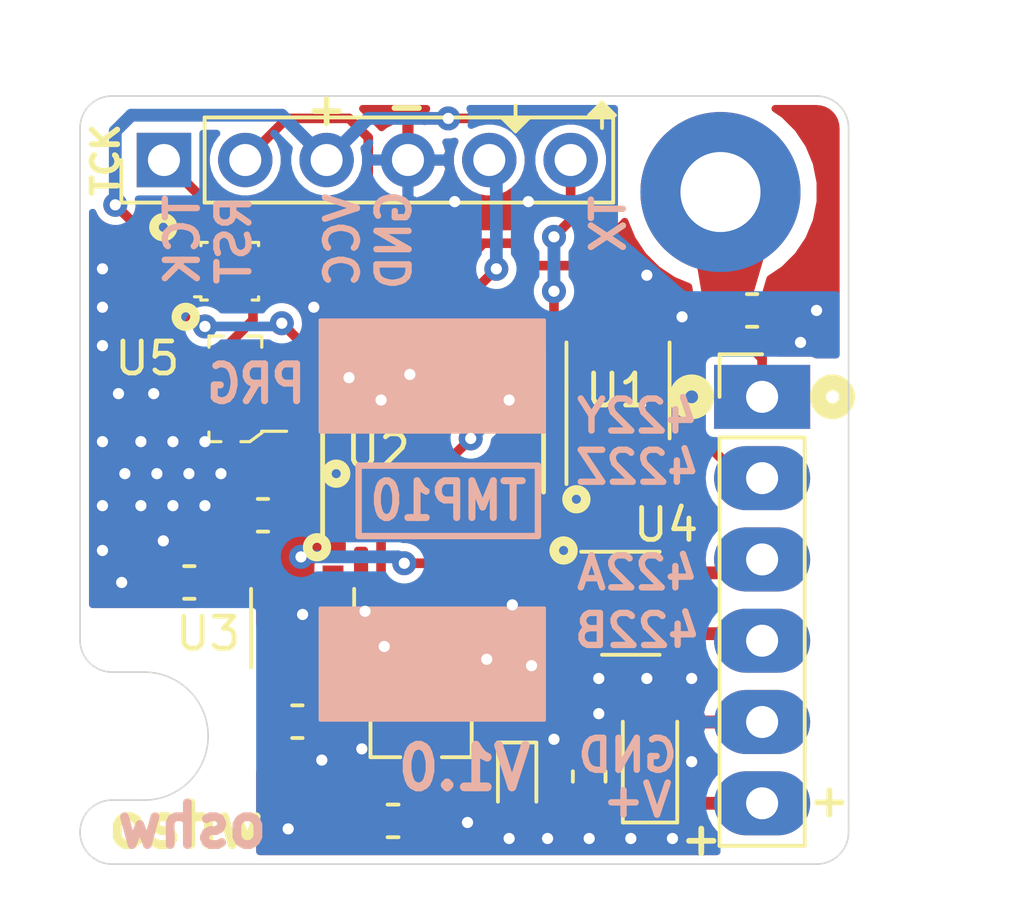
<source format=kicad_pcb>
(kicad_pcb (version 20171130) (host pcbnew "(5.1.6)-1")

  (general
    (thickness 1.6)
    (drawings 91)
    (tracks 292)
    (zones 0)
    (modules 29)
    (nets 27)
  )

  (page A4)
  (title_block
    (title "Robust Remote Temperature Sensor - MSP430 - RS422")
    (date 2021-08-06)
    (rev V1.0)
    (company oshw)
  )

  (layers
    (0 F.Cu signal hide)
    (31 B.Cu signal)
    (32 B.Adhes user hide)
    (33 F.Adhes user hide)
    (34 B.Paste user hide)
    (35 F.Paste user hide)
    (36 B.SilkS user hide)
    (37 F.SilkS user hide)
    (38 B.Mask user hide)
    (39 F.Mask user hide)
    (40 Dwgs.User user hide)
    (41 Cmts.User user hide)
    (42 Eco1.User user hide)
    (43 Eco2.User user hide)
    (44 Edge.Cuts user)
    (45 Margin user hide)
    (46 B.CrtYd user hide)
    (47 F.CrtYd user hide)
    (48 B.Fab user hide)
    (49 F.Fab user hide)
  )

  (setup
    (last_trace_width 0.3)
    (user_trace_width 0.2)
    (user_trace_width 0.4)
    (trace_clearance 0.2)
    (zone_clearance 0.254)
    (zone_45_only no)
    (trace_min 0.2)
    (via_size 0.85)
    (via_drill 0.4)
    (via_min_size 0.4)
    (via_min_drill 0.3)
    (user_via 0.75 0.35)
    (uvia_size 0.3)
    (uvia_drill 0.1)
    (uvias_allowed no)
    (uvia_min_size 0.2)
    (uvia_min_drill 0.1)
    (edge_width 0.05)
    (segment_width 0.2)
    (pcb_text_width 0.3)
    (pcb_text_size 1.5 1.5)
    (mod_edge_width 0.12)
    (mod_text_size 1 1)
    (mod_text_width 0.15)
    (pad_size 5 5)
    (pad_drill 2.5)
    (pad_to_mask_clearance 0.05)
    (aux_axis_origin 0 0)
    (visible_elements 7FFFFF7F)
    (pcbplotparams
      (layerselection 0x011fc_ffffffff)
      (usegerberextensions false)
      (usegerberattributes true)
      (usegerberadvancedattributes true)
      (creategerberjobfile true)
      (excludeedgelayer true)
      (linewidth 0.100000)
      (plotframeref false)
      (viasonmask true)
      (mode 1)
      (useauxorigin false)
      (hpglpennumber 1)
      (hpglpenspeed 20)
      (hpglpendiameter 15.000000)
      (psnegative false)
      (psa4output false)
      (plotreference true)
      (plotvalue true)
      (plotinvisibletext false)
      (padsonsilk false)
      (subtractmaskfromsilk false)
      (outputformat 1)
      (mirror false)
      (drillshape 0)
      (scaleselection 1)
      (outputdirectory "fab"))
  )

  (net 0 "")
  (net 1 GND)
  (net 2 VDD)
  (net 3 "Net-(C8-Pad1)")
  (net 4 VBUS)
  (net 5 "Net-(D1-Pad1)")
  (net 6 UART_RXD)
  (net 7 RS485_RE_N)
  (net 8 RS485_DE)
  (net 9 UART_TXD)
  (net 10 /VIN_LDO)
  (net 11 SBWTDIO)
  (net 12 "Net-(D3-Pad1)")
  (net 13 "Net-(D3-Pad2)")
  (net 14 "Net-(D3-Pad3)")
  (net 15 SBWTCK)
  (net 16 "Net-(R2-Pad2)")
  (net 17 "Net-(C14-Pad1)")
  (net 18 BLED)
  (net 19 RLED)
  (net 20 GLED)
  (net 21 /RS422_A)
  (net 22 /RS422_B)
  (net 23 RS422_RE)
  (net 24 /PCB_TEMP)
  (net 25 /RS485A_RS422Y)
  (net 26 /RS485B_RS422Z)

  (net_class Default "This is the default net class."
    (clearance 0.2)
    (trace_width 0.3)
    (via_dia 0.85)
    (via_drill 0.4)
    (uvia_dia 0.3)
    (uvia_drill 0.1)
    (add_net /PCB_TEMP)
    (add_net /RS422_A)
    (add_net /RS422_B)
    (add_net /RS485A_RS422Y)
    (add_net /RS485B_RS422Z)
    (add_net /VIN_LDO)
    (add_net BLED)
    (add_net GLED)
    (add_net GND)
    (add_net "Net-(C14-Pad1)")
    (add_net "Net-(C8-Pad1)")
    (add_net "Net-(D1-Pad1)")
    (add_net "Net-(D3-Pad1)")
    (add_net "Net-(D3-Pad2)")
    (add_net "Net-(D3-Pad3)")
    (add_net "Net-(R2-Pad2)")
    (add_net RLED)
    (add_net RS422_RE)
    (add_net RS485_DE)
    (add_net RS485_RE_N)
    (add_net SBWTCK)
    (add_net SBWTDIO)
    (add_net UART_RXD)
    (add_net UART_TXD)
    (add_net VBUS)
    (add_net VDD)
  )

  (module Capacitor_SMD:C_0402_1005Metric (layer F.Cu) (tedit 5B301BBE) (tstamp 5F542D8A)
    (at 143.185 87.3)
    (descr "Capacitor SMD 0402 (1005 Metric), square (rectangular) end terminal, IPC_7351 nominal, (Body size source: http://www.tortai-tech.com/upload/download/2011102023233369053.pdf), generated with kicad-footprint-generator")
    (tags capacitor)
    (path /5F82835C)
    (attr smd)
    (fp_text reference C1 (at 0 -1.17) (layer F.SilkS) hide
      (effects (font (size 1 1) (thickness 0.15)))
    )
    (fp_text value 1nF|16V|0402 (at 0 1.17) (layer F.Fab)
      (effects (font (size 1 1) (thickness 0.15)))
    )
    (fp_line (start 0.93 0.47) (end -0.93 0.47) (layer F.CrtYd) (width 0.05))
    (fp_line (start 0.93 -0.47) (end 0.93 0.47) (layer F.CrtYd) (width 0.05))
    (fp_line (start -0.93 -0.47) (end 0.93 -0.47) (layer F.CrtYd) (width 0.05))
    (fp_line (start -0.93 0.47) (end -0.93 -0.47) (layer F.CrtYd) (width 0.05))
    (fp_line (start 0.5 0.25) (end -0.5 0.25) (layer F.Fab) (width 0.1))
    (fp_line (start 0.5 -0.25) (end 0.5 0.25) (layer F.Fab) (width 0.1))
    (fp_line (start -0.5 -0.25) (end 0.5 -0.25) (layer F.Fab) (width 0.1))
    (fp_line (start -0.5 0.25) (end -0.5 -0.25) (layer F.Fab) (width 0.1))
    (fp_text user %R (at 0 0) (layer F.Fab)
      (effects (font (size 0.25 0.25) (thickness 0.04)))
    )
    (pad 2 smd roundrect (at 0.485 0) (size 0.59 0.64) (layers F.Cu F.Paste F.Mask) (roundrect_rratio 0.25)
      (net 1 GND))
    (pad 1 smd roundrect (at -0.485 0) (size 0.59 0.64) (layers F.Cu F.Paste F.Mask) (roundrect_rratio 0.25)
      (net 11 SBWTDIO))
    (model ${KISYS3DMOD}/Capacitor_SMD.3dshapes/C_0402_1005Metric.wrl
      (at (xyz 0 0 0))
      (scale (xyz 1 1 1))
      (rotate (xyz 0 0 0))
    )
  )

  (module Capacitor_SMD:C_0402_1005Metric (layer F.Cu) (tedit 5B301BBE) (tstamp 5F542D99)
    (at 148.315 88.3)
    (descr "Capacitor SMD 0402 (1005 Metric), square (rectangular) end terminal, IPC_7351 nominal, (Body size source: http://www.tortai-tech.com/upload/download/2011102023233369053.pdf), generated with kicad-footprint-generator")
    (tags capacitor)
    (path /5F5FDEB3)
    (attr smd)
    (fp_text reference C2 (at 0.44 1.3) (layer F.SilkS) hide
      (effects (font (size 1 1) (thickness 0.15)))
    )
    (fp_text value 100nF|16V|0402 (at 0 1.17) (layer F.Fab)
      (effects (font (size 1 1) (thickness 0.15)))
    )
    (fp_line (start -0.5 0.25) (end -0.5 -0.25) (layer F.Fab) (width 0.1))
    (fp_line (start -0.5 -0.25) (end 0.5 -0.25) (layer F.Fab) (width 0.1))
    (fp_line (start 0.5 -0.25) (end 0.5 0.25) (layer F.Fab) (width 0.1))
    (fp_line (start 0.5 0.25) (end -0.5 0.25) (layer F.Fab) (width 0.1))
    (fp_line (start -0.93 0.47) (end -0.93 -0.47) (layer F.CrtYd) (width 0.05))
    (fp_line (start -0.93 -0.47) (end 0.93 -0.47) (layer F.CrtYd) (width 0.05))
    (fp_line (start 0.93 -0.47) (end 0.93 0.47) (layer F.CrtYd) (width 0.05))
    (fp_line (start 0.93 0.47) (end -0.93 0.47) (layer F.CrtYd) (width 0.05))
    (fp_text user %R (at 0 0) (layer F.Fab)
      (effects (font (size 0.25 0.25) (thickness 0.04)))
    )
    (pad 1 smd roundrect (at -0.485 0) (size 0.59 0.64) (layers F.Cu F.Paste F.Mask) (roundrect_rratio 0.25)
      (net 2 VDD))
    (pad 2 smd roundrect (at 0.485 0) (size 0.59 0.64) (layers F.Cu F.Paste F.Mask) (roundrect_rratio 0.25)
      (net 1 GND))
    (model ${KISYS3DMOD}/Capacitor_SMD.3dshapes/C_0402_1005Metric.wrl
      (at (xyz 0 0 0))
      (scale (xyz 1 1 1))
      (rotate (xyz 0 0 0))
    )
  )

  (module Capacitor_SMD:C_0402_1005Metric (layer F.Cu) (tedit 5B301BBE) (tstamp 5F542DB7)
    (at 138.015 94.8 180)
    (descr "Capacitor SMD 0402 (1005 Metric), square (rectangular) end terminal, IPC_7351 nominal, (Body size source: http://www.tortai-tech.com/upload/download/2011102023233369053.pdf), generated with kicad-footprint-generator")
    (tags capacitor)
    (path /5F5DB5B6)
    (attr smd)
    (fp_text reference C4 (at 0 -1.17) (layer F.SilkS) hide
      (effects (font (size 1 1) (thickness 0.15)))
    )
    (fp_text value 100nF|16V|0402 (at 0 1.17) (layer F.Fab)
      (effects (font (size 1 1) (thickness 0.15)))
    )
    (fp_line (start -0.5 0.25) (end -0.5 -0.25) (layer F.Fab) (width 0.1))
    (fp_line (start -0.5 -0.25) (end 0.5 -0.25) (layer F.Fab) (width 0.1))
    (fp_line (start 0.5 -0.25) (end 0.5 0.25) (layer F.Fab) (width 0.1))
    (fp_line (start 0.5 0.25) (end -0.5 0.25) (layer F.Fab) (width 0.1))
    (fp_line (start -0.93 0.47) (end -0.93 -0.47) (layer F.CrtYd) (width 0.05))
    (fp_line (start -0.93 -0.47) (end 0.93 -0.47) (layer F.CrtYd) (width 0.05))
    (fp_line (start 0.93 -0.47) (end 0.93 0.47) (layer F.CrtYd) (width 0.05))
    (fp_line (start 0.93 0.47) (end -0.93 0.47) (layer F.CrtYd) (width 0.05))
    (fp_text user %R (at 0 0) (layer F.Fab)
      (effects (font (size 0.25 0.25) (thickness 0.04)))
    )
    (pad 1 smd roundrect (at -0.485 0 180) (size 0.59 0.64) (layers F.Cu F.Paste F.Mask) (roundrect_rratio 0.25)
      (net 2 VDD))
    (pad 2 smd roundrect (at 0.485 0 180) (size 0.59 0.64) (layers F.Cu F.Paste F.Mask) (roundrect_rratio 0.25)
      (net 1 GND))
    (model ${KISYS3DMOD}/Capacitor_SMD.3dshapes/C_0402_1005Metric.wrl
      (at (xyz 0 0 0))
      (scale (xyz 1 1 1))
      (rotate (xyz 0 0 0))
    )
  )

  (module Capacitor_SMD:C_0603_1608Metric (layer F.Cu) (tedit 5B301BBE) (tstamp 5F542DC8)
    (at 138.7875 102.55)
    (descr "Capacitor SMD 0603 (1608 Metric), square (rectangular) end terminal, IPC_7351 nominal, (Body size source: http://www.tortai-tech.com/upload/download/2011102023233369053.pdf), generated with kicad-footprint-generator")
    (tags capacitor)
    (path /5F5C1E33)
    (attr smd)
    (fp_text reference C5 (at 0 -1.43) (layer F.SilkS) hide
      (effects (font (size 1 1) (thickness 0.15)))
    )
    (fp_text value 1uF|50V|0603 (at 0 1.43) (layer F.Fab)
      (effects (font (size 1 1) (thickness 0.15)))
    )
    (fp_line (start 1.48 0.73) (end -1.48 0.73) (layer F.CrtYd) (width 0.05))
    (fp_line (start 1.48 -0.73) (end 1.48 0.73) (layer F.CrtYd) (width 0.05))
    (fp_line (start -1.48 -0.73) (end 1.48 -0.73) (layer F.CrtYd) (width 0.05))
    (fp_line (start -1.48 0.73) (end -1.48 -0.73) (layer F.CrtYd) (width 0.05))
    (fp_line (start -0.162779 0.51) (end 0.162779 0.51) (layer F.SilkS) (width 0.12))
    (fp_line (start -0.162779 -0.51) (end 0.162779 -0.51) (layer F.SilkS) (width 0.12))
    (fp_line (start 0.8 0.4) (end -0.8 0.4) (layer F.Fab) (width 0.1))
    (fp_line (start 0.8 -0.4) (end 0.8 0.4) (layer F.Fab) (width 0.1))
    (fp_line (start -0.8 -0.4) (end 0.8 -0.4) (layer F.Fab) (width 0.1))
    (fp_line (start -0.8 0.4) (end -0.8 -0.4) (layer F.Fab) (width 0.1))
    (fp_text user %R (at 0 0) (layer F.Fab)
      (effects (font (size 0.4 0.4) (thickness 0.06)))
    )
    (pad 2 smd roundrect (at 0.7875 0) (size 0.875 0.95) (layers F.Cu F.Paste F.Mask) (roundrect_rratio 0.25)
      (net 1 GND))
    (pad 1 smd roundrect (at -0.7875 0) (size 0.875 0.95) (layers F.Cu F.Paste F.Mask) (roundrect_rratio 0.25)
      (net 10 /VIN_LDO))
    (model ${KISYS3DMOD}/Capacitor_SMD.3dshapes/C_0603_1608Metric.wrl
      (at (xyz 0 0 0))
      (scale (xyz 1 1 1))
      (rotate (xyz 0 0 0))
    )
  )

  (module Capacitor_SMD:C_0603_1608Metric (layer F.Cu) (tedit 5B301BBE) (tstamp 5F542DD9)
    (at 135.4125 98.2 180)
    (descr "Capacitor SMD 0603 (1608 Metric), square (rectangular) end terminal, IPC_7351 nominal, (Body size source: http://www.tortai-tech.com/upload/download/2011102023233369053.pdf), generated with kicad-footprint-generator")
    (tags capacitor)
    (path /5F5E22BC)
    (attr smd)
    (fp_text reference C6 (at 0 -1.43) (layer F.SilkS) hide
      (effects (font (size 1 1) (thickness 0.15)))
    )
    (fp_text value 4.7uF|16V|0603 (at 0 1.43) (layer F.Fab)
      (effects (font (size 1 1) (thickness 0.15)))
    )
    (fp_line (start 1.48 0.73) (end -1.48 0.73) (layer F.CrtYd) (width 0.05))
    (fp_line (start 1.48 -0.73) (end 1.48 0.73) (layer F.CrtYd) (width 0.05))
    (fp_line (start -1.48 -0.73) (end 1.48 -0.73) (layer F.CrtYd) (width 0.05))
    (fp_line (start -1.48 0.73) (end -1.48 -0.73) (layer F.CrtYd) (width 0.05))
    (fp_line (start -0.162779 0.51) (end 0.162779 0.51) (layer F.SilkS) (width 0.12))
    (fp_line (start -0.162779 -0.51) (end 0.162779 -0.51) (layer F.SilkS) (width 0.12))
    (fp_line (start 0.8 0.4) (end -0.8 0.4) (layer F.Fab) (width 0.1))
    (fp_line (start 0.8 -0.4) (end 0.8 0.4) (layer F.Fab) (width 0.1))
    (fp_line (start -0.8 -0.4) (end 0.8 -0.4) (layer F.Fab) (width 0.1))
    (fp_line (start -0.8 0.4) (end -0.8 -0.4) (layer F.Fab) (width 0.1))
    (fp_text user %R (at 0 0) (layer F.Fab)
      (effects (font (size 0.4 0.4) (thickness 0.06)))
    )
    (pad 2 smd roundrect (at 0.7875 0 180) (size 0.875 0.95) (layers F.Cu F.Paste F.Mask) (roundrect_rratio 0.25)
      (net 1 GND))
    (pad 1 smd roundrect (at -0.7875 0 180) (size 0.875 0.95) (layers F.Cu F.Paste F.Mask) (roundrect_rratio 0.25)
      (net 2 VDD))
    (model ${KISYS3DMOD}/Capacitor_SMD.3dshapes/C_0603_1608Metric.wrl
      (at (xyz 0 0 0))
      (scale (xyz 1 1 1))
      (rotate (xyz 0 0 0))
    )
  )

  (module Capacitor_SMD:C_0603_1608Metric (layer F.Cu) (tedit 5B301BBE) (tstamp 5F542DFB)
    (at 152.9875 89.7)
    (descr "Capacitor SMD 0603 (1608 Metric), square (rectangular) end terminal, IPC_7351 nominal, (Body size source: http://www.tortai-tech.com/upload/download/2011102023233369053.pdf), generated with kicad-footprint-generator")
    (tags capacitor)
    (path /5F5919FA)
    (attr smd)
    (fp_text reference C8 (at 0 -1.43 270) (layer F.SilkS) hide
      (effects (font (size 1 1) (thickness 0.15)))
    )
    (fp_text value 1nF|0603 (at 0 1.43) (layer F.Fab)
      (effects (font (size 1 1) (thickness 0.15)))
    )
    (fp_line (start -0.8 0.4) (end -0.8 -0.4) (layer F.Fab) (width 0.1))
    (fp_line (start -0.8 -0.4) (end 0.8 -0.4) (layer F.Fab) (width 0.1))
    (fp_line (start 0.8 -0.4) (end 0.8 0.4) (layer F.Fab) (width 0.1))
    (fp_line (start 0.8 0.4) (end -0.8 0.4) (layer F.Fab) (width 0.1))
    (fp_line (start -0.162779 -0.51) (end 0.162779 -0.51) (layer F.SilkS) (width 0.12))
    (fp_line (start -0.162779 0.51) (end 0.162779 0.51) (layer F.SilkS) (width 0.12))
    (fp_line (start -1.48 0.73) (end -1.48 -0.73) (layer F.CrtYd) (width 0.05))
    (fp_line (start -1.48 -0.73) (end 1.48 -0.73) (layer F.CrtYd) (width 0.05))
    (fp_line (start 1.48 -0.73) (end 1.48 0.73) (layer F.CrtYd) (width 0.05))
    (fp_line (start 1.48 0.73) (end -1.48 0.73) (layer F.CrtYd) (width 0.05))
    (fp_text user %R (at 0 0) (layer F.Fab)
      (effects (font (size 0.4 0.4) (thickness 0.06)))
    )
    (pad 1 smd roundrect (at -0.7875 0) (size 0.875 0.95) (layers F.Cu F.Paste F.Mask) (roundrect_rratio 0.25)
      (net 3 "Net-(C8-Pad1)"))
    (pad 2 smd roundrect (at 0.7875 0) (size 0.875 0.95) (layers F.Cu F.Paste F.Mask) (roundrect_rratio 0.25)
      (net 1 GND))
    (model ${KISYS3DMOD}/Capacitor_SMD.3dshapes/C_0603_1608Metric.wrl
      (at (xyz 0 0 0))
      (scale (xyz 1 1 1))
      (rotate (xyz 0 0 0))
    )
  )

  (module Diode_SMD:D_SOD-523 (layer F.Cu) (tedit 586419F0) (tstamp 5F542E33)
    (at 145.65 104.35 270)
    (descr "http://www.diodes.com/datasheets/ap02001.pdf p.144")
    (tags "Diode SOD523")
    (path /5F5B4B6E)
    (attr smd)
    (fp_text reference D1 (at 0 -1.3 90) (layer F.SilkS) hide
      (effects (font (size 1 1) (thickness 0.15)))
    )
    (fp_text value 0.1A|SOD523 (at 0 1.4 90) (layer F.Fab)
      (effects (font (size 1 1) (thickness 0.15)))
    )
    (fp_line (start -1.15 -0.6) (end -1.15 0.6) (layer F.SilkS) (width 0.12))
    (fp_line (start 1.25 -0.7) (end 1.25 0.7) (layer F.CrtYd) (width 0.05))
    (fp_line (start -1.25 -0.7) (end 1.25 -0.7) (layer F.CrtYd) (width 0.05))
    (fp_line (start -1.25 0.7) (end -1.25 -0.7) (layer F.CrtYd) (width 0.05))
    (fp_line (start 1.25 0.7) (end -1.25 0.7) (layer F.CrtYd) (width 0.05))
    (fp_line (start 0.1 0) (end 0.25 0) (layer F.Fab) (width 0.1))
    (fp_line (start 0.1 -0.2) (end -0.2 0) (layer F.Fab) (width 0.1))
    (fp_line (start 0.1 0.2) (end 0.1 -0.2) (layer F.Fab) (width 0.1))
    (fp_line (start -0.2 0) (end 0.1 0.2) (layer F.Fab) (width 0.1))
    (fp_line (start -0.2 0) (end -0.35 0) (layer F.Fab) (width 0.1))
    (fp_line (start -0.2 0.2) (end -0.2 -0.2) (layer F.Fab) (width 0.1))
    (fp_line (start 0.65 -0.45) (end 0.65 0.45) (layer F.Fab) (width 0.1))
    (fp_line (start -0.65 -0.45) (end 0.65 -0.45) (layer F.Fab) (width 0.1))
    (fp_line (start -0.65 0.45) (end -0.65 -0.45) (layer F.Fab) (width 0.1))
    (fp_line (start 0.65 0.45) (end -0.65 0.45) (layer F.Fab) (width 0.1))
    (fp_line (start 0.7 -0.6) (end -1.15 -0.6) (layer F.SilkS) (width 0.12))
    (fp_line (start 0.7 0.6) (end -1.15 0.6) (layer F.SilkS) (width 0.12))
    (fp_text user %R (at 0 -1.3 90) (layer F.Fab)
      (effects (font (size 1 1) (thickness 0.15)))
    )
    (pad 2 smd rect (at 0.7 0 90) (size 0.6 0.7) (layers F.Cu F.Paste F.Mask)
      (net 4 VBUS))
    (pad 1 smd rect (at -0.7 0 90) (size 0.6 0.7) (layers F.Cu F.Paste F.Mask)
      (net 5 "Net-(D1-Pad1)"))
    (model ${KISYS3DMOD}/Diode_SMD.3dshapes/D_SOD-523.wrl
      (at (xyz 0 0 0))
      (scale (xyz 1 1 1))
      (rotate (xyz 0 0 0))
    )
  )

  (module MountingHole:MountingHole_2.5mm_Pad (layer F.Cu) (tedit 610D3BDC) (tstamp 610D9F79)
    (at 152 86)
    (descr "Mounting Hole 2.5mm")
    (tags "mounting hole 2.5mm")
    (path /5F583B11)
    (attr virtual)
    (fp_text reference H1 (at 0 -3.5) (layer F.SilkS) hide
      (effects (font (size 1 1) (thickness 0.15)))
    )
    (fp_text value M2_2-56_Screw (at 0 3.5) (layer F.Fab)
      (effects (font (size 1 1) (thickness 0.15)))
    )
    (fp_circle (center 0 0) (end 2.5 0) (layer Cmts.User) (width 0.15))
    (fp_circle (center 0 0) (end 2.75 0) (layer F.CrtYd) (width 0.05))
    (fp_text user %R (at 0.3 0) (layer F.Fab)
      (effects (font (size 1 1) (thickness 0.15)))
    )
    (pad 1 thru_hole circle (at 0 0) (size 5 5) (drill 2.5) (layers *.Cu *.Mask)
      (net 3 "Net-(C8-Pad1)") (clearance 0.5))
  )

  (module Resistor_SMD:R_0402_1005Metric (layer F.Cu) (tedit 5B301BBD) (tstamp 5F542E83)
    (at 143.185 88.4 180)
    (descr "Resistor SMD 0402 (1005 Metric), square (rectangular) end terminal, IPC_7351 nominal, (Body size source: http://www.tortai-tech.com/upload/download/2011102023233369053.pdf), generated with kicad-footprint-generator")
    (tags resistor)
    (path /5F759664)
    (attr smd)
    (fp_text reference R1 (at 0 -1.17) (layer F.SilkS) hide
      (effects (font (size 1 1) (thickness 0.15)))
    )
    (fp_text value 20K|0402 (at 0 1.17) (layer F.Fab)
      (effects (font (size 1 1) (thickness 0.15)))
    )
    (fp_line (start -0.5 0.25) (end -0.5 -0.25) (layer F.Fab) (width 0.1))
    (fp_line (start -0.5 -0.25) (end 0.5 -0.25) (layer F.Fab) (width 0.1))
    (fp_line (start 0.5 -0.25) (end 0.5 0.25) (layer F.Fab) (width 0.1))
    (fp_line (start 0.5 0.25) (end -0.5 0.25) (layer F.Fab) (width 0.1))
    (fp_line (start -0.93 0.47) (end -0.93 -0.47) (layer F.CrtYd) (width 0.05))
    (fp_line (start -0.93 -0.47) (end 0.93 -0.47) (layer F.CrtYd) (width 0.05))
    (fp_line (start 0.93 -0.47) (end 0.93 0.47) (layer F.CrtYd) (width 0.05))
    (fp_line (start 0.93 0.47) (end -0.93 0.47) (layer F.CrtYd) (width 0.05))
    (fp_text user %R (at 0 0) (layer F.Fab)
      (effects (font (size 0.25 0.25) (thickness 0.04)))
    )
    (pad 1 smd roundrect (at -0.485 0 180) (size 0.59 0.64) (layers F.Cu F.Paste F.Mask) (roundrect_rratio 0.25)
      (net 2 VDD))
    (pad 2 smd roundrect (at 0.485 0 180) (size 0.59 0.64) (layers F.Cu F.Paste F.Mask) (roundrect_rratio 0.25)
      (net 11 SBWTDIO))
    (model ${KISYS3DMOD}/Resistor_SMD.3dshapes/R_0402_1005Metric.wrl
      (at (xyz 0 0 0))
      (scale (xyz 1 1 1))
      (rotate (xyz 0 0 0))
    )
  )

  (module Package_SO:MSOP-8_3x3mm_P0.65mm (layer F.Cu) (tedit 5F53F3AC) (tstamp 5F542EBB)
    (at 148.8 92.2 90)
    (descr "MSOP, 8 Pin (https://www.jedec.org/system/files/docs/mo-187F.pdf variant AA), generated with kicad-footprint-generator ipc_gullwing_generator.py")
    (tags "MSOP SO")
    (path /5F56C83D)
    (attr smd)
    (fp_text reference U1 (at 0 0 180) (layer F.SilkS)
      (effects (font (size 1 1) (thickness 0.15)))
    )
    (fp_text value SN65HVD72|8VSSOP (at 0 2.45 90) (layer F.Fab)
      (effects (font (size 1 1) (thickness 0.15)))
    )
    (fp_line (start 0 1.61) (end 1.5 1.61) (layer F.SilkS) (width 0.12))
    (fp_line (start 0 1.61) (end -1.5 1.61) (layer F.SilkS) (width 0.12))
    (fp_line (start 0 -1.61) (end 1.5 -1.61) (layer F.SilkS) (width 0.12))
    (fp_line (start 0 -1.61) (end -2.925 -1.61) (layer F.SilkS) (width 0.12))
    (fp_line (start -0.75 -1.5) (end 1.5 -1.5) (layer F.Fab) (width 0.1))
    (fp_line (start 1.5 -1.5) (end 1.5 1.5) (layer F.Fab) (width 0.1))
    (fp_line (start 1.5 1.5) (end -1.5 1.5) (layer F.Fab) (width 0.1))
    (fp_line (start -1.5 1.5) (end -1.5 -0.75) (layer F.Fab) (width 0.1))
    (fp_line (start -1.5 -0.75) (end -0.75 -1.5) (layer F.Fab) (width 0.1))
    (fp_line (start -3.18 -1.75) (end -3.18 1.75) (layer F.CrtYd) (width 0.05))
    (fp_line (start -3.18 1.75) (end 3.18 1.75) (layer F.CrtYd) (width 0.05))
    (fp_line (start 3.18 1.75) (end 3.18 -1.75) (layer F.CrtYd) (width 0.05))
    (fp_line (start 3.18 -1.75) (end -3.18 -1.75) (layer F.CrtYd) (width 0.05))
    (fp_text user %R (at 0 0 90) (layer F.Fab)
      (effects (font (size 0.75 0.75) (thickness 0.11)))
    )
    (pad 1 smd roundrect (at -2.1125 -0.975 90) (size 1.625 0.45) (layers F.Cu F.Paste F.Mask) (roundrect_rratio 0.25)
      (net 6 UART_RXD))
    (pad 2 smd roundrect (at -2.1125 -0.325 90) (size 1.625 0.45) (layers F.Cu F.Paste F.Mask) (roundrect_rratio 0.25)
      (net 7 RS485_RE_N))
    (pad 3 smd roundrect (at -2.1125 0.325 90) (size 1.625 0.45) (layers F.Cu F.Paste F.Mask) (roundrect_rratio 0.25)
      (net 8 RS485_DE))
    (pad 4 smd roundrect (at -2.1125 0.975 90) (size 1.625 0.45) (layers F.Cu F.Paste F.Mask) (roundrect_rratio 0.25)
      (net 9 UART_TXD))
    (pad 5 smd roundrect (at 2.1125 0.975 90) (size 1.625 0.45) (layers F.Cu F.Paste F.Mask) (roundrect_rratio 0.25)
      (net 1 GND))
    (pad 6 smd roundrect (at 2.1125 0.325 90) (size 1.625 0.45) (layers F.Cu F.Paste F.Mask) (roundrect_rratio 0.25)
      (net 25 /RS485A_RS422Y))
    (pad 7 smd roundrect (at 2.1125 -0.325 90) (size 1.625 0.45) (layers F.Cu F.Paste F.Mask) (roundrect_rratio 0.25)
      (net 26 /RS485B_RS422Z))
    (pad 8 smd roundrect (at 2.1125 -0.975 90) (size 1.625 0.45) (layers F.Cu F.Paste F.Mask) (roundrect_rratio 0.25)
      (net 2 VDD))
    (model ${KISYS3DMOD}/Package_SO.3dshapes/MSOP-8_3x3mm_P0.65mm.wrl
      (at (xyz 0 0 0))
      (scale (xyz 1 1 1))
      (rotate (xyz 0 0 0))
    )
  )

  (module Package_TO_SOT_SMD:SOT-23-5 (layer F.Cu) (tedit 5F56425A) (tstamp 5F542EF0)
    (at 138.95 99.3 90)
    (descr "5-pin SOT23 package")
    (tags SOT-23-5)
    (path /5F5A7DF3)
    (attr smd)
    (fp_text reference U3 (at -0.5 -2.95 180) (layer F.SilkS)
      (effects (font (size 1 1) (thickness 0.15)))
    )
    (fp_text value TPS70933DBVR (at 0 2.9 90) (layer F.Fab)
      (effects (font (size 1 1) (thickness 0.15)))
    )
    (fp_line (start 0.9 -1.55) (end 0.9 1.55) (layer F.Fab) (width 0.1))
    (fp_line (start 0.9 1.55) (end -0.9 1.55) (layer F.Fab) (width 0.1))
    (fp_line (start -0.9 -0.9) (end -0.9 1.55) (layer F.Fab) (width 0.1))
    (fp_line (start 0.9 -1.55) (end -0.25 -1.55) (layer F.Fab) (width 0.1))
    (fp_line (start -0.9 -0.9) (end -0.25 -1.55) (layer F.Fab) (width 0.1))
    (fp_line (start -1.9 1.8) (end -1.9 -1.8) (layer F.CrtYd) (width 0.05))
    (fp_line (start 1.9 1.8) (end -1.9 1.8) (layer F.CrtYd) (width 0.05))
    (fp_line (start 1.9 -1.8) (end 1.9 1.8) (layer F.CrtYd) (width 0.05))
    (fp_line (start -1.9 -1.8) (end 1.9 -1.8) (layer F.CrtYd) (width 0.05))
    (fp_line (start 0.9 -1.61) (end -1.55 -1.61) (layer F.SilkS) (width 0.12))
    (fp_line (start -0.9 1.61) (end 0.9 1.61) (layer F.SilkS) (width 0.12))
    (fp_text user %R (at 0 0) (layer F.Fab)
      (effects (font (size 0.5 0.5) (thickness 0.075)))
    )
    (pad 5 smd rect (at 1.1 -0.95 90) (size 1.06 0.65) (layers F.Cu F.Paste F.Mask)
      (net 2 VDD))
    (pad 4 smd rect (at 1.1 0.95 90) (size 1.06 0.65) (layers F.Cu F.Paste F.Mask))
    (pad 3 smd rect (at -1.1 0.95 90) (size 1.4 0.65) (drill (offset -0.2 0)) (layers F.Cu F.Paste F.Mask)
      (net 10 /VIN_LDO))
    (pad 2 smd rect (at -1.1 0 90) (size 1.06 0.65) (layers F.Cu F.Paste F.Mask)
      (net 1 GND))
    (pad 1 smd rect (at -1.1 -0.95 90) (size 1.06 0.65) (layers F.Cu F.Paste F.Mask)
      (net 10 /VIN_LDO))
    (model ${KISYS3DMOD}/Package_TO_SOT_SMD.3dshapes/SOT-23-5.wrl
      (at (xyz 0 0 0))
      (scale (xyz 1 1 1))
      (rotate (xyz 0 0 0))
    )
  )

  (module Capacitor_SMD:C_0603_1608Metric (layer F.Cu) (tedit 5B301BBE) (tstamp 5F543BCE)
    (at 147.9 104.2625 90)
    (descr "Capacitor SMD 0603 (1608 Metric), square (rectangular) end terminal, IPC_7351 nominal, (Body size source: http://www.tortai-tech.com/upload/download/2011102023233369053.pdf), generated with kicad-footprint-generator")
    (tags capacitor)
    (path /5F63616A)
    (attr smd)
    (fp_text reference C11 (at 0 -1.43 90) (layer F.SilkS) hide
      (effects (font (size 1 1) (thickness 0.15)))
    )
    (fp_text value 1nF|0603 (at 0 1.43 90) (layer F.Fab)
      (effects (font (size 1 1) (thickness 0.15)))
    )
    (fp_line (start -0.8 0.4) (end -0.8 -0.4) (layer F.Fab) (width 0.1))
    (fp_line (start -0.8 -0.4) (end 0.8 -0.4) (layer F.Fab) (width 0.1))
    (fp_line (start 0.8 -0.4) (end 0.8 0.4) (layer F.Fab) (width 0.1))
    (fp_line (start 0.8 0.4) (end -0.8 0.4) (layer F.Fab) (width 0.1))
    (fp_line (start -0.162779 -0.51) (end 0.162779 -0.51) (layer F.SilkS) (width 0.12))
    (fp_line (start -0.162779 0.51) (end 0.162779 0.51) (layer F.SilkS) (width 0.12))
    (fp_line (start -1.48 0.73) (end -1.48 -0.73) (layer F.CrtYd) (width 0.05))
    (fp_line (start -1.48 -0.73) (end 1.48 -0.73) (layer F.CrtYd) (width 0.05))
    (fp_line (start 1.48 -0.73) (end 1.48 0.73) (layer F.CrtYd) (width 0.05))
    (fp_line (start 1.48 0.73) (end -1.48 0.73) (layer F.CrtYd) (width 0.05))
    (fp_text user %R (at 0 0 90) (layer F.Fab)
      (effects (font (size 0.4 0.4) (thickness 0.06)))
    )
    (pad 1 smd roundrect (at -0.7875 0 90) (size 0.875 0.95) (layers F.Cu F.Paste F.Mask) (roundrect_rratio 0.25)
      (net 4 VBUS))
    (pad 2 smd roundrect (at 0.7875 0 90) (size 0.875 0.95) (layers F.Cu F.Paste F.Mask) (roundrect_rratio 0.25)
      (net 1 GND))
    (model ${KISYS3DMOD}/Capacitor_SMD.3dshapes/C_0603_1608Metric.wrl
      (at (xyz 0 0 0))
      (scale (xyz 1 1 1))
      (rotate (xyz 0 0 0))
    )
  )

  (module Capacitor_SMD:C_0603_1608Metric (layer F.Cu) (tedit 5B301BBE) (tstamp 5F544993)
    (at 137.7125 96.1 180)
    (descr "Capacitor SMD 0603 (1608 Metric), square (rectangular) end terminal, IPC_7351 nominal, (Body size source: http://www.tortai-tech.com/upload/download/2011102023233369053.pdf), generated with kicad-footprint-generator")
    (tags capacitor)
    (path /5F68CB7F)
    (attr smd)
    (fp_text reference C12 (at 0 -1.43) (layer F.SilkS) hide
      (effects (font (size 1 1) (thickness 0.15)))
    )
    (fp_text value 4.7uF|16V|0603 (at 0 1.43) (layer F.Fab)
      (effects (font (size 1 1) (thickness 0.15)))
    )
    (fp_line (start -0.8 0.4) (end -0.8 -0.4) (layer F.Fab) (width 0.1))
    (fp_line (start -0.8 -0.4) (end 0.8 -0.4) (layer F.Fab) (width 0.1))
    (fp_line (start 0.8 -0.4) (end 0.8 0.4) (layer F.Fab) (width 0.1))
    (fp_line (start 0.8 0.4) (end -0.8 0.4) (layer F.Fab) (width 0.1))
    (fp_line (start -0.162779 -0.51) (end 0.162779 -0.51) (layer F.SilkS) (width 0.12))
    (fp_line (start -0.162779 0.51) (end 0.162779 0.51) (layer F.SilkS) (width 0.12))
    (fp_line (start -1.48 0.73) (end -1.48 -0.73) (layer F.CrtYd) (width 0.05))
    (fp_line (start -1.48 -0.73) (end 1.48 -0.73) (layer F.CrtYd) (width 0.05))
    (fp_line (start 1.48 -0.73) (end 1.48 0.73) (layer F.CrtYd) (width 0.05))
    (fp_line (start 1.48 0.73) (end -1.48 0.73) (layer F.CrtYd) (width 0.05))
    (fp_text user %R (at 0 0) (layer F.Fab)
      (effects (font (size 0.4 0.4) (thickness 0.06)))
    )
    (pad 1 smd roundrect (at -0.7875 0 180) (size 0.875 0.95) (layers F.Cu F.Paste F.Mask) (roundrect_rratio 0.25)
      (net 2 VDD))
    (pad 2 smd roundrect (at 0.7875 0 180) (size 0.875 0.95) (layers F.Cu F.Paste F.Mask) (roundrect_rratio 0.25)
      (net 1 GND))
    (model ${KISYS3DMOD}/Capacitor_SMD.3dshapes/C_0603_1608Metric.wrl
      (at (xyz 0 0 0))
      (scale (xyz 1 1 1))
      (rotate (xyz 0 0 0))
    )
  )

  (module digikey-footprints:LED_Dual0603 (layer F.Cu) (tedit 5F5636A8) (tstamp 5F54F0E1)
    (at 136.675 88.475 90)
    (descr http://optoelectronics.liteon.com/upload/download/DS22-2008-0044/LTST-C19HE1WT.pdf)
    (path /5F7B6C3F)
    (attr smd)
    (fp_text reference D3 (at 1.525 2.325 180) (layer F.SilkS) hide
      (effects (font (size 1 1) (thickness 0.15)))
    )
    (fp_text value LTST-C19HE1WT (at 0 2.21 90) (layer F.Fab)
      (effects (font (size 1 1) (thickness 0.15)))
    )
    (fp_line (start -0.8 -0.8) (end 0.8 -0.8) (layer F.Fab) (width 0.1))
    (fp_line (start 0.8 -0.8) (end 0.8 0.8) (layer F.Fab) (width 0.1))
    (fp_line (start -0.8 -0.8) (end -0.8 0.8) (layer F.Fab) (width 0.1))
    (fp_line (start -0.8 0.8) (end 0.8 0.8) (layer F.Fab) (width 0.1))
    (fp_line (start 0.9 -0.9) (end 0.9 -0.7) (layer F.SilkS) (width 0.1))
    (fp_line (start 0.8 -0.9) (end 0.9 -0.9) (layer F.SilkS) (width 0.1))
    (fp_line (start -0.9 -0.9) (end -0.9 -0.7) (layer F.SilkS) (width 0.1))
    (fp_line (start -0.8 -0.9) (end -0.9 -0.9) (layer F.SilkS) (width 0.1))
    (fp_line (start -0.8 -0.9) (end -0.8 -1.1) (layer F.SilkS) (width 0.1))
    (fp_line (start -0.9 0.9) (end -0.9 0.7) (layer F.SilkS) (width 0.1))
    (fp_line (start -0.8 0.9) (end -0.9 0.9) (layer F.SilkS) (width 0.1))
    (fp_line (start 0.9 0.9) (end 0.9 0.7) (layer F.SilkS) (width 0.1))
    (fp_line (start 0.8 0.9) (end 0.9 0.9) (layer F.SilkS) (width 0.1))
    (fp_line (start 1.05 1.4) (end 1.05 -1.4) (layer F.CrtYd) (width 0.05))
    (fp_line (start 1.05 -1.4) (end -1 -1.4) (layer F.CrtYd) (width 0.05))
    (fp_line (start 1.05 1.4) (end -1 1.4) (layer F.CrtYd) (width 0.05))
    (fp_line (start -1 1.4) (end -1 -1.4) (layer F.CrtYd) (width 0.05))
    (fp_text user %R (at 0 0 90) (layer F.Fab)
      (effects (font (size 0.25 0.25) (thickness 0.025)))
    )
    (pad 1 smd rect (at -0.425 -0.725 90) (size 0.8 1) (drill (offset -0.1 -0.1)) (layers F.Cu F.Paste F.Mask)
      (net 12 "Net-(D3-Pad1)"))
    (pad 2 smd rect (at 0.425 -0.725 90) (size 0.8 1) (drill (offset 0.1 -0.1)) (layers F.Cu F.Paste F.Mask)
      (net 13 "Net-(D3-Pad2)"))
    (pad 3 smd rect (at 0.425 0.725 90) (size 0.8 1) (drill (offset 0.1 0.1)) (layers F.Cu F.Paste F.Mask)
      (net 14 "Net-(D3-Pad3)"))
    (pad 4 smd rect (at -0.425 0.725 90) (size 0.8 1) (drill (offset -0.1 0.1)) (layers F.Cu F.Paste F.Mask)
      (net 2 VDD))
  )

  (module Resistor_SMD:R_0402_1005Metric (layer F.Cu) (tedit 5B301BBD) (tstamp 5F54F10B)
    (at 139.585 88.5 180)
    (descr "Resistor SMD 0402 (1005 Metric), square (rectangular) end terminal, IPC_7351 nominal, (Body size source: http://www.tortai-tech.com/upload/download/2011102023233369053.pdf), generated with kicad-footprint-generator")
    (tags resistor)
    (path /5F7EC2EC)
    (attr smd)
    (fp_text reference R4 (at 0 -1.17) (layer F.SilkS) hide
      (effects (font (size 1 1) (thickness 0.15)))
    )
    (fp_text value 1K|0402 (at 0 1.17) (layer F.Fab)
      (effects (font (size 1 1) (thickness 0.15)))
    )
    (fp_line (start 0.93 0.47) (end -0.93 0.47) (layer F.CrtYd) (width 0.05))
    (fp_line (start 0.93 -0.47) (end 0.93 0.47) (layer F.CrtYd) (width 0.05))
    (fp_line (start -0.93 -0.47) (end 0.93 -0.47) (layer F.CrtYd) (width 0.05))
    (fp_line (start -0.93 0.47) (end -0.93 -0.47) (layer F.CrtYd) (width 0.05))
    (fp_line (start 0.5 0.25) (end -0.5 0.25) (layer F.Fab) (width 0.1))
    (fp_line (start 0.5 -0.25) (end 0.5 0.25) (layer F.Fab) (width 0.1))
    (fp_line (start -0.5 -0.25) (end 0.5 -0.25) (layer F.Fab) (width 0.1))
    (fp_line (start -0.5 0.25) (end -0.5 -0.25) (layer F.Fab) (width 0.1))
    (fp_text user %R (at 0 0) (layer F.Fab)
      (effects (font (size 0.25 0.25) (thickness 0.04)))
    )
    (pad 1 smd roundrect (at -0.485 0 180) (size 0.59 0.64) (layers F.Cu F.Paste F.Mask) (roundrect_rratio 0.25)
      (net 18 BLED))
    (pad 2 smd roundrect (at 0.485 0 180) (size 0.59 0.64) (layers F.Cu F.Paste F.Mask) (roundrect_rratio 0.25)
      (net 14 "Net-(D3-Pad3)"))
    (model ${KISYS3DMOD}/Resistor_SMD.3dshapes/R_0402_1005Metric.wrl
      (at (xyz 0 0 0))
      (scale (xyz 1 1 1))
      (rotate (xyz 0 0 0))
    )
  )

  (module Resistor_SMD:R_0402_1005Metric (layer F.Cu) (tedit 5B301BBD) (tstamp 5F54F11A)
    (at 134.5 89.485 90)
    (descr "Resistor SMD 0402 (1005 Metric), square (rectangular) end terminal, IPC_7351 nominal, (Body size source: http://www.tortai-tech.com/upload/download/2011102023233369053.pdf), generated with kicad-footprint-generator")
    (tags resistor)
    (path /5F7F214C)
    (attr smd)
    (fp_text reference R5 (at 0 -1.17 90) (layer F.SilkS) hide
      (effects (font (size 1 1) (thickness 0.15)))
    )
    (fp_text value 332|0402 (at 0 1.17 90) (layer F.Fab)
      (effects (font (size 1 1) (thickness 0.15)))
    )
    (fp_line (start 0.93 0.47) (end -0.93 0.47) (layer F.CrtYd) (width 0.05))
    (fp_line (start 0.93 -0.47) (end 0.93 0.47) (layer F.CrtYd) (width 0.05))
    (fp_line (start -0.93 -0.47) (end 0.93 -0.47) (layer F.CrtYd) (width 0.05))
    (fp_line (start -0.93 0.47) (end -0.93 -0.47) (layer F.CrtYd) (width 0.05))
    (fp_line (start 0.5 0.25) (end -0.5 0.25) (layer F.Fab) (width 0.1))
    (fp_line (start 0.5 -0.25) (end 0.5 0.25) (layer F.Fab) (width 0.1))
    (fp_line (start -0.5 -0.25) (end 0.5 -0.25) (layer F.Fab) (width 0.1))
    (fp_line (start -0.5 0.25) (end -0.5 -0.25) (layer F.Fab) (width 0.1))
    (fp_text user %R (at 0 0 90) (layer F.Fab)
      (effects (font (size 0.25 0.25) (thickness 0.04)))
    )
    (pad 1 smd roundrect (at -0.485 0 90) (size 0.59 0.64) (layers F.Cu F.Paste F.Mask) (roundrect_rratio 0.25)
      (net 19 RLED))
    (pad 2 smd roundrect (at 0.485 0 90) (size 0.59 0.64) (layers F.Cu F.Paste F.Mask) (roundrect_rratio 0.25)
      (net 12 "Net-(D3-Pad1)"))
    (model ${KISYS3DMOD}/Resistor_SMD.3dshapes/R_0402_1005Metric.wrl
      (at (xyz 0 0 0))
      (scale (xyz 1 1 1))
      (rotate (xyz 0 0 0))
    )
  )

  (module Resistor_SMD:R_0402_1005Metric (layer F.Cu) (tedit 5B301BBD) (tstamp 5F54F129)
    (at 139.585 87.4 180)
    (descr "Resistor SMD 0402 (1005 Metric), square (rectangular) end terminal, IPC_7351 nominal, (Body size source: http://www.tortai-tech.com/upload/download/2011102023233369053.pdf), generated with kicad-footprint-generator")
    (tags resistor)
    (path /5F7F1B49)
    (attr smd)
    (fp_text reference R6 (at 0 -1.17) (layer F.SilkS) hide
      (effects (font (size 1 1) (thickness 0.15)))
    )
    (fp_text value 332|0402 (at 0 1.17) (layer F.Fab)
      (effects (font (size 1 1) (thickness 0.15)))
    )
    (fp_line (start -0.5 0.25) (end -0.5 -0.25) (layer F.Fab) (width 0.1))
    (fp_line (start -0.5 -0.25) (end 0.5 -0.25) (layer F.Fab) (width 0.1))
    (fp_line (start 0.5 -0.25) (end 0.5 0.25) (layer F.Fab) (width 0.1))
    (fp_line (start 0.5 0.25) (end -0.5 0.25) (layer F.Fab) (width 0.1))
    (fp_line (start -0.93 0.47) (end -0.93 -0.47) (layer F.CrtYd) (width 0.05))
    (fp_line (start -0.93 -0.47) (end 0.93 -0.47) (layer F.CrtYd) (width 0.05))
    (fp_line (start 0.93 -0.47) (end 0.93 0.47) (layer F.CrtYd) (width 0.05))
    (fp_line (start 0.93 0.47) (end -0.93 0.47) (layer F.CrtYd) (width 0.05))
    (fp_text user %R (at 0 0) (layer F.Fab)
      (effects (font (size 0.25 0.25) (thickness 0.04)))
    )
    (pad 2 smd roundrect (at 0.485 0 180) (size 0.59 0.64) (layers F.Cu F.Paste F.Mask) (roundrect_rratio 0.25)
      (net 13 "Net-(D3-Pad2)"))
    (pad 1 smd roundrect (at -0.485 0 180) (size 0.59 0.64) (layers F.Cu F.Paste F.Mask) (roundrect_rratio 0.25)
      (net 20 GLED))
    (model ${KISYS3DMOD}/Resistor_SMD.3dshapes/R_0402_1005Metric.wrl
      (at (xyz 0 0 0))
      (scale (xyz 1 1 1))
      (rotate (xyz 0 0 0))
    )
  )

  (module Package_SO:TSSOP-20_4.4x6.5mm_P0.65mm (layer F.Cu) (tedit 5A02F25C) (tstamp 5F54F166)
    (at 143.025 93.15 90)
    (descr "20-Lead Plastic Thin Shrink Small Outline (ST)-4.4 mm Body [TSSOP] (see Microchip Packaging Specification 00000049BS.pdf)")
    (tags "SSOP 0.65")
    (path /5F7372CC)
    (attr smd)
    (fp_text reference U2 (at -0.95 -1.725 180) (layer F.SilkS)
      (effects (font (size 1 1) (thickness 0.15)))
    )
    (fp_text value MSP430G2553IPW20 (at 0 4.3 90) (layer F.Fab)
      (effects (font (size 1 1) (thickness 0.15)))
    )
    (fp_line (start -3.75 -3.45) (end 2.225 -3.45) (layer F.SilkS) (width 0.15))
    (fp_line (start -2.225 3.45) (end 2.225 3.45) (layer F.SilkS) (width 0.15))
    (fp_line (start -3.95 3.55) (end 3.95 3.55) (layer F.CrtYd) (width 0.05))
    (fp_line (start -3.95 -3.55) (end 3.95 -3.55) (layer F.CrtYd) (width 0.05))
    (fp_line (start 3.95 -3.55) (end 3.95 3.55) (layer F.CrtYd) (width 0.05))
    (fp_line (start -3.95 -3.55) (end -3.95 3.55) (layer F.CrtYd) (width 0.05))
    (fp_line (start -2.2 -2.25) (end -1.2 -3.25) (layer F.Fab) (width 0.15))
    (fp_line (start -2.2 3.25) (end -2.2 -2.25) (layer F.Fab) (width 0.15))
    (fp_line (start 2.2 3.25) (end -2.2 3.25) (layer F.Fab) (width 0.15))
    (fp_line (start 2.2 -3.25) (end 2.2 3.25) (layer F.Fab) (width 0.15))
    (fp_line (start -1.2 -3.25) (end 2.2 -3.25) (layer F.Fab) (width 0.15))
    (fp_text user %R (at 0 0 90) (layer F.Fab)
      (effects (font (size 0.8 0.8) (thickness 0.15)))
    )
    (pad 1 smd rect (at -2.95 -2.925 90) (size 1.45 0.45) (layers F.Cu F.Paste F.Mask)
      (net 2 VDD))
    (pad 2 smd rect (at -2.95 -2.275 90) (size 1.45 0.45) (layers F.Cu F.Paste F.Mask)
      (net 24 /PCB_TEMP))
    (pad 3 smd rect (at -2.95 -1.625 90) (size 1.45 0.45) (layers F.Cu F.Paste F.Mask)
      (net 6 UART_RXD))
    (pad 4 smd rect (at -2.95 -0.975 90) (size 1.45 0.45) (layers F.Cu F.Paste F.Mask)
      (net 9 UART_TXD))
    (pad 5 smd rect (at -2.95 -0.325 90) (size 1.45 0.45) (layers F.Cu F.Paste F.Mask))
    (pad 6 smd rect (at -2.95 0.325 90) (size 1.45 0.45) (layers F.Cu F.Paste F.Mask))
    (pad 7 smd rect (at -2.95 0.975 90) (size 1.45 0.45) (layers F.Cu F.Paste F.Mask))
    (pad 8 smd rect (at -2.95 1.625 90) (size 1.45 0.45) (layers F.Cu F.Paste F.Mask)
      (net 23 RS422_RE))
    (pad 9 smd rect (at -2.95 2.275 90) (size 1.45 0.45) (layers F.Cu F.Paste F.Mask)
      (net 7 RS485_RE_N))
    (pad 10 smd rect (at -2.95 2.925 90) (size 1.45 0.45) (layers F.Cu F.Paste F.Mask)
      (net 8 RS485_DE))
    (pad 11 smd rect (at 2.95 2.925 90) (size 1.45 0.45) (layers F.Cu F.Paste F.Mask))
    (pad 12 smd rect (at 2.95 2.275 90) (size 1.45 0.45) (layers F.Cu F.Paste F.Mask))
    (pad 13 smd rect (at 2.95 1.625 90) (size 1.45 0.45) (layers F.Cu F.Paste F.Mask))
    (pad 14 smd rect (at 2.95 0.975 90) (size 1.45 0.45) (layers F.Cu F.Paste F.Mask)
      (net 6 UART_RXD))
    (pad 15 smd rect (at 2.95 0.325 90) (size 1.45 0.45) (layers F.Cu F.Paste F.Mask)
      (net 19 RLED))
    (pad 16 smd rect (at 2.95 -0.325 90) (size 1.45 0.45) (layers F.Cu F.Paste F.Mask)
      (net 11 SBWTDIO))
    (pad 17 smd rect (at 2.95 -0.975 90) (size 1.45 0.45) (layers F.Cu F.Paste F.Mask)
      (net 15 SBWTCK))
    (pad 18 smd rect (at 2.95 -1.625 90) (size 1.45 0.45) (layers F.Cu F.Paste F.Mask)
      (net 20 GLED))
    (pad 19 smd rect (at 2.95 -2.275 90) (size 1.45 0.45) (layers F.Cu F.Paste F.Mask)
      (net 18 BLED))
    (pad 20 smd rect (at 2.95 -2.925 90) (size 1.45 0.45) (layers F.Cu F.Paste F.Mask)
      (net 1 GND))
    (model ${KISYS3DMOD}/Package_SO.3dshapes/TSSOP-20_4.4x6.5mm_P0.65mm.wrl
      (at (xyz 0 0 0))
      (scale (xyz 1 1 1))
      (rotate (xyz 0 0 0))
    )
  )

  (module Capacitor_SMD:C_0603_1608Metric (layer F.Cu) (tedit 5B301BBE) (tstamp 5F562DB5)
    (at 146.0375 101.9)
    (descr "Capacitor SMD 0603 (1608 Metric), square (rectangular) end terminal, IPC_7351 nominal, (Body size source: http://www.tortai-tech.com/upload/download/2011102023233369053.pdf), generated with kicad-footprint-generator")
    (tags capacitor)
    (path /5F981137)
    (attr smd)
    (fp_text reference C14 (at 0 -1.43) (layer F.SilkS) hide
      (effects (font (size 1 1) (thickness 0.15)))
    )
    (fp_text value 1uF|50V|0603 (at 0 1.43) (layer F.Fab)
      (effects (font (size 1 1) (thickness 0.15)))
    )
    (fp_line (start 1.48 0.73) (end -1.48 0.73) (layer F.CrtYd) (width 0.05))
    (fp_line (start 1.48 -0.73) (end 1.48 0.73) (layer F.CrtYd) (width 0.05))
    (fp_line (start -1.48 -0.73) (end 1.48 -0.73) (layer F.CrtYd) (width 0.05))
    (fp_line (start -1.48 0.73) (end -1.48 -0.73) (layer F.CrtYd) (width 0.05))
    (fp_line (start -0.162779 0.51) (end 0.162779 0.51) (layer F.SilkS) (width 0.12))
    (fp_line (start -0.162779 -0.51) (end 0.162779 -0.51) (layer F.SilkS) (width 0.12))
    (fp_line (start 0.8 0.4) (end -0.8 0.4) (layer F.Fab) (width 0.1))
    (fp_line (start 0.8 -0.4) (end 0.8 0.4) (layer F.Fab) (width 0.1))
    (fp_line (start -0.8 -0.4) (end 0.8 -0.4) (layer F.Fab) (width 0.1))
    (fp_line (start -0.8 0.4) (end -0.8 -0.4) (layer F.Fab) (width 0.1))
    (fp_text user %R (at 0 0) (layer F.Fab)
      (effects (font (size 0.4 0.4) (thickness 0.06)))
    )
    (pad 1 smd roundrect (at -0.7875 0) (size 0.875 0.95) (layers F.Cu F.Paste F.Mask) (roundrect_rratio 0.25)
      (net 17 "Net-(C14-Pad1)"))
    (pad 2 smd roundrect (at 0.7875 0) (size 0.875 0.95) (layers F.Cu F.Paste F.Mask) (roundrect_rratio 0.25)
      (net 1 GND))
    (model ${KISYS3DMOD}/Capacitor_SMD.3dshapes/C_0603_1608Metric.wrl
      (at (xyz 0 0 0))
      (scale (xyz 1 1 1))
      (rotate (xyz 0 0 0))
    )
  )

  (module Package_TO_SOT_SMD:SOT-23 (layer F.Cu) (tedit 5A02FF57) (tstamp 5F562DCA)
    (at 142.65 102.9 270)
    (descr "SOT-23, Standard")
    (tags SOT-23)
    (path /5F93DD19)
    (attr smd)
    (fp_text reference Q1 (at 2.65 1.3 90) (layer F.SilkS) hide
      (effects (font (size 1 1) (thickness 0.15)))
    )
    (fp_text value MMBT3904 (at 0 2.5 90) (layer F.Fab)
      (effects (font (size 1 1) (thickness 0.15)))
    )
    (fp_line (start 0.76 1.58) (end -0.7 1.58) (layer F.SilkS) (width 0.12))
    (fp_line (start 0.76 -1.58) (end -1.4 -1.58) (layer F.SilkS) (width 0.12))
    (fp_line (start -1.7 1.75) (end -1.7 -1.75) (layer F.CrtYd) (width 0.05))
    (fp_line (start 1.7 1.75) (end -1.7 1.75) (layer F.CrtYd) (width 0.05))
    (fp_line (start 1.7 -1.75) (end 1.7 1.75) (layer F.CrtYd) (width 0.05))
    (fp_line (start -1.7 -1.75) (end 1.7 -1.75) (layer F.CrtYd) (width 0.05))
    (fp_line (start 0.76 -1.58) (end 0.76 -0.65) (layer F.SilkS) (width 0.12))
    (fp_line (start 0.76 1.58) (end 0.76 0.65) (layer F.SilkS) (width 0.12))
    (fp_line (start -0.7 1.52) (end 0.7 1.52) (layer F.Fab) (width 0.1))
    (fp_line (start 0.7 -1.52) (end 0.7 1.52) (layer F.Fab) (width 0.1))
    (fp_line (start -0.7 -0.95) (end -0.15 -1.52) (layer F.Fab) (width 0.1))
    (fp_line (start -0.15 -1.52) (end 0.7 -1.52) (layer F.Fab) (width 0.1))
    (fp_line (start -0.7 -0.95) (end -0.7 1.5) (layer F.Fab) (width 0.1))
    (fp_text user %R (at 0 0) (layer F.Fab)
      (effects (font (size 0.5 0.5) (thickness 0.075)))
    )
    (pad 1 smd rect (at -1 -0.95 270) (size 0.9 0.8) (layers F.Cu F.Paste F.Mask)
      (net 17 "Net-(C14-Pad1)"))
    (pad 2 smd rect (at -1 0.95 270) (size 0.9 0.8) (layers F.Cu F.Paste F.Mask)
      (net 10 /VIN_LDO))
    (pad 3 smd rect (at 1 0 270) (size 0.9 0.8) (layers F.Cu F.Paste F.Mask)
      (net 5 "Net-(D1-Pad1)"))
    (model ${KISYS3DMOD}/Package_TO_SOT_SMD.3dshapes/SOT-23.wrl
      (at (xyz 0 0 0))
      (scale (xyz 1 1 1))
      (rotate (xyz 0 0 0))
    )
  )

  (module Resistor_SMD:R_0402_1005Metric (layer F.Cu) (tedit 5B301BBD) (tstamp 5F562DD9)
    (at 143.115 100.4)
    (descr "Resistor SMD 0402 (1005 Metric), square (rectangular) end terminal, IPC_7351 nominal, (Body size source: http://www.tortai-tech.com/upload/download/2011102023233369053.pdf), generated with kicad-footprint-generator")
    (tags resistor)
    (path /5F97FB41)
    (attr smd)
    (fp_text reference R11 (at 0 -1.17) (layer F.SilkS) hide
      (effects (font (size 1 1) (thickness 0.15)))
    )
    (fp_text value 332|0402 (at 0 1.17) (layer F.Fab)
      (effects (font (size 1 1) (thickness 0.15)))
    )
    (fp_line (start 0.93 0.47) (end -0.93 0.47) (layer F.CrtYd) (width 0.05))
    (fp_line (start 0.93 -0.47) (end 0.93 0.47) (layer F.CrtYd) (width 0.05))
    (fp_line (start -0.93 -0.47) (end 0.93 -0.47) (layer F.CrtYd) (width 0.05))
    (fp_line (start -0.93 0.47) (end -0.93 -0.47) (layer F.CrtYd) (width 0.05))
    (fp_line (start 0.5 0.25) (end -0.5 0.25) (layer F.Fab) (width 0.1))
    (fp_line (start 0.5 -0.25) (end 0.5 0.25) (layer F.Fab) (width 0.1))
    (fp_line (start -0.5 -0.25) (end 0.5 -0.25) (layer F.Fab) (width 0.1))
    (fp_line (start -0.5 0.25) (end -0.5 -0.25) (layer F.Fab) (width 0.1))
    (fp_text user %R (at 0 0) (layer F.Fab)
      (effects (font (size 0.25 0.25) (thickness 0.04)))
    )
    (pad 1 smd roundrect (at -0.485 0) (size 0.59 0.64) (layers F.Cu F.Paste F.Mask) (roundrect_rratio 0.25)
      (net 5 "Net-(D1-Pad1)"))
    (pad 2 smd roundrect (at 0.485 0) (size 0.59 0.64) (layers F.Cu F.Paste F.Mask) (roundrect_rratio 0.25)
      (net 17 "Net-(C14-Pad1)"))
    (model ${KISYS3DMOD}/Resistor_SMD.3dshapes/R_0402_1005Metric.wrl
      (at (xyz 0 0 0))
      (scale (xyz 1 1 1))
      (rotate (xyz 0 0 0))
    )
  )

  (module Capacitor_SMD:C_0402_1005Metric (layer F.Cu) (tedit 5B301BBE) (tstamp 610D396A)
    (at 146.55 98.6 270)
    (descr "Capacitor SMD 0402 (1005 Metric), square (rectangular) end terminal, IPC_7351 nominal, (Body size source: http://www.tortai-tech.com/upload/download/2011102023233369053.pdf), generated with kicad-footprint-generator")
    (tags capacitor)
    (path /611AD697)
    (attr smd)
    (fp_text reference C3 (at 0 -1.17 90) (layer F.SilkS) hide
      (effects (font (size 1 1) (thickness 0.15)))
    )
    (fp_text value 100nF|16V|0402 (at 0 1.17 90) (layer F.Fab)
      (effects (font (size 1 1) (thickness 0.15)))
    )
    (fp_line (start -0.5 0.25) (end -0.5 -0.25) (layer F.Fab) (width 0.1))
    (fp_line (start -0.5 -0.25) (end 0.5 -0.25) (layer F.Fab) (width 0.1))
    (fp_line (start 0.5 -0.25) (end 0.5 0.25) (layer F.Fab) (width 0.1))
    (fp_line (start 0.5 0.25) (end -0.5 0.25) (layer F.Fab) (width 0.1))
    (fp_line (start -0.93 0.47) (end -0.93 -0.47) (layer F.CrtYd) (width 0.05))
    (fp_line (start -0.93 -0.47) (end 0.93 -0.47) (layer F.CrtYd) (width 0.05))
    (fp_line (start 0.93 -0.47) (end 0.93 0.47) (layer F.CrtYd) (width 0.05))
    (fp_line (start 0.93 0.47) (end -0.93 0.47) (layer F.CrtYd) (width 0.05))
    (fp_text user %R (at 0 0 90) (layer F.Fab)
      (effects (font (size 0.25 0.25) (thickness 0.04)))
    )
    (pad 1 smd roundrect (at -0.485 0 270) (size 0.59 0.64) (layers F.Cu F.Paste F.Mask) (roundrect_rratio 0.25)
      (net 2 VDD))
    (pad 2 smd roundrect (at 0.485 0 270) (size 0.59 0.64) (layers F.Cu F.Paste F.Mask) (roundrect_rratio 0.25)
      (net 1 GND))
    (model ${KISYS3DMOD}/Capacitor_SMD.3dshapes/C_0402_1005Metric.wrl
      (at (xyz 0 0 0))
      (scale (xyz 1 1 1))
      (rotate (xyz 0 0 0))
    )
  )

  (module Connector_PinHeader_2.54mm:PinHeader_1x06_P2.54mm_Vertical (layer F.Cu) (tedit 610D3568) (tstamp 610D399B)
    (at 153.3 92.4)
    (descr "Through hole straight pin header, 1x06, 2.54mm pitch, single row")
    (tags "Through hole pin header THT 1x06 2.54mm single row")
    (path /611776DD)
    (fp_text reference J1 (at 0 -2.33) (layer F.SilkS) hide
      (effects (font (size 1 1) (thickness 0.15)))
    )
    (fp_text value Conn_01x06 (at 0 15.03) (layer F.Fab)
      (effects (font (size 1 1) (thickness 0.15)))
    )
    (fp_line (start -0.635 -1.27) (end 1.27 -1.27) (layer F.Fab) (width 0.1))
    (fp_line (start 1.27 -1.27) (end 1.27 13.97) (layer F.Fab) (width 0.1))
    (fp_line (start 1.27 13.97) (end -1.27 13.97) (layer F.Fab) (width 0.1))
    (fp_line (start -1.27 13.97) (end -1.27 -0.635) (layer F.Fab) (width 0.1))
    (fp_line (start -1.27 -0.635) (end -0.635 -1.27) (layer F.Fab) (width 0.1))
    (fp_line (start -1.33 14.03) (end 1.33 14.03) (layer F.SilkS) (width 0.12))
    (fp_line (start -1.33 1.27) (end -1.33 14.03) (layer F.SilkS) (width 0.12))
    (fp_line (start 1.33 1.27) (end 1.33 14.03) (layer F.SilkS) (width 0.12))
    (fp_line (start -1.33 1.27) (end 1.33 1.27) (layer F.SilkS) (width 0.12))
    (fp_line (start -1.33 0) (end -1.33 -1.33) (layer F.SilkS) (width 0.12))
    (fp_line (start -1.33 -1.33) (end 0 -1.33) (layer F.SilkS) (width 0.12))
    (fp_line (start -1.8 -1.8) (end -1.8 14.5) (layer F.CrtYd) (width 0.05))
    (fp_line (start -1.8 14.5) (end 1.8 14.5) (layer F.CrtYd) (width 0.05))
    (fp_line (start 1.8 14.5) (end 1.8 -1.8) (layer F.CrtYd) (width 0.05))
    (fp_line (start 1.8 -1.8) (end -1.8 -1.8) (layer F.CrtYd) (width 0.05))
    (fp_text user %R (at 0 6.35 90) (layer F.Fab)
      (effects (font (size 1 1) (thickness 0.15)))
    )
    (pad 1 thru_hole rect (at 0 0) (size 3 2) (drill 1) (layers *.Cu *.Mask)
      (net 25 /RS485A_RS422Y))
    (pad 2 thru_hole oval (at 0 2.54) (size 3 2) (drill 1) (layers *.Cu *.Mask)
      (net 26 /RS485B_RS422Z))
    (pad 3 thru_hole oval (at 0 5.08) (size 3 2) (drill 1) (layers *.Cu *.Mask)
      (net 21 /RS422_A))
    (pad 4 thru_hole oval (at 0 7.62) (size 3 2) (drill 1) (layers *.Cu *.Mask)
      (net 22 /RS422_B))
    (pad 5 thru_hole oval (at 0 10.16) (size 3 2) (drill 1) (layers *.Cu *.Mask)
      (net 1 GND))
    (pad 6 thru_hole oval (at 0 12.7) (size 3 2) (drill 1) (layers *.Cu *.Mask)
      (net 4 VBUS))
    (model ${KISYS3DMOD}/Connector_PinHeader_2.54mm.3dshapes/PinHeader_1x06_P2.54mm_Vertical.wrl
      (at (xyz 0 0 0))
      (scale (xyz 1 1 1))
      (rotate (xyz 0 0 0))
    )
  )

  (module Resistor_SMD:R_0402_1005Metric (layer F.Cu) (tedit 5B301BBD) (tstamp 610D39AA)
    (at 143.085 98.8)
    (descr "Resistor SMD 0402 (1005 Metric), square (rectangular) end terminal, IPC_7351 nominal, (Body size source: http://www.tortai-tech.com/upload/download/2011102023233369053.pdf), generated with kicad-footprint-generator")
    (tags resistor)
    (path /611D3E68)
    (attr smd)
    (fp_text reference R2 (at 0 -1.17) (layer F.SilkS) hide
      (effects (font (size 1 1) (thickness 0.15)))
    )
    (fp_text value 1K|0402 (at 0 1.17) (layer F.Fab)
      (effects (font (size 1 1) (thickness 0.15)))
    )
    (fp_line (start -0.5 0.25) (end -0.5 -0.25) (layer F.Fab) (width 0.1))
    (fp_line (start -0.5 -0.25) (end 0.5 -0.25) (layer F.Fab) (width 0.1))
    (fp_line (start 0.5 -0.25) (end 0.5 0.25) (layer F.Fab) (width 0.1))
    (fp_line (start 0.5 0.25) (end -0.5 0.25) (layer F.Fab) (width 0.1))
    (fp_line (start -0.93 0.47) (end -0.93 -0.47) (layer F.CrtYd) (width 0.05))
    (fp_line (start -0.93 -0.47) (end 0.93 -0.47) (layer F.CrtYd) (width 0.05))
    (fp_line (start 0.93 -0.47) (end 0.93 0.47) (layer F.CrtYd) (width 0.05))
    (fp_line (start 0.93 0.47) (end -0.93 0.47) (layer F.CrtYd) (width 0.05))
    (fp_text user %R (at 0 0) (layer F.Fab)
      (effects (font (size 0.25 0.25) (thickness 0.04)))
    )
    (pad 1 smd roundrect (at -0.485 0) (size 0.59 0.64) (layers F.Cu F.Paste F.Mask) (roundrect_rratio 0.25)
      (net 6 UART_RXD))
    (pad 2 smd roundrect (at 0.485 0) (size 0.59 0.64) (layers F.Cu F.Paste F.Mask) (roundrect_rratio 0.25)
      (net 16 "Net-(R2-Pad2)"))
    (model ${KISYS3DMOD}/Resistor_SMD.3dshapes/R_0402_1005Metric.wrl
      (at (xyz 0 0 0))
      (scale (xyz 1 1 1))
      (rotate (xyz 0 0 0))
    )
  )

  (module Resistor_SMD:R_0603_1608Metric_Pad1.05x0.95mm_HandSolder (layer F.Cu) (tedit 5B301BBD) (tstamp 610D39AB)
    (at 141.775 105.65)
    (descr "Resistor SMD 0603 (1608 Metric), square (rectangular) end terminal, IPC_7351 nominal with elongated pad for handsoldering. (Body size source: http://www.tortai-tech.com/upload/download/2011102023233369053.pdf), generated with kicad-footprint-generator")
    (tags "resistor handsolder")
    (path /5F5BAEFB)
    (attr smd)
    (fp_text reference R3 (at 0 -1.43) (layer F.SilkS) hide
      (effects (font (size 1 1) (thickness 0.15)))
    )
    (fp_text value 10|0603 (at 0 1.43) (layer F.Fab)
      (effects (font (size 1 1) (thickness 0.15)))
    )
    (fp_line (start -0.8 0.4) (end -0.8 -0.4) (layer F.Fab) (width 0.1))
    (fp_line (start -0.8 -0.4) (end 0.8 -0.4) (layer F.Fab) (width 0.1))
    (fp_line (start 0.8 -0.4) (end 0.8 0.4) (layer F.Fab) (width 0.1))
    (fp_line (start 0.8 0.4) (end -0.8 0.4) (layer F.Fab) (width 0.1))
    (fp_line (start -0.171267 -0.51) (end 0.171267 -0.51) (layer F.SilkS) (width 0.12))
    (fp_line (start -0.171267 0.51) (end 0.171267 0.51) (layer F.SilkS) (width 0.12))
    (fp_line (start -1.65 0.73) (end -1.65 -0.73) (layer F.CrtYd) (width 0.05))
    (fp_line (start -1.65 -0.73) (end 1.65 -0.73) (layer F.CrtYd) (width 0.05))
    (fp_line (start 1.65 -0.73) (end 1.65 0.73) (layer F.CrtYd) (width 0.05))
    (fp_line (start 1.65 0.73) (end -1.65 0.73) (layer F.CrtYd) (width 0.05))
    (fp_text user %R (at 0 0) (layer F.Fab)
      (effects (font (size 0.4 0.4) (thickness 0.06)))
    )
    (pad 1 smd roundrect (at -0.875 0) (size 1.05 0.95) (layers F.Cu F.Paste F.Mask) (roundrect_rratio 0.25)
      (net 10 /VIN_LDO))
    (pad 2 smd roundrect (at 0.875 0) (size 1.05 0.95) (layers F.Cu F.Paste F.Mask) (roundrect_rratio 0.25)
      (net 5 "Net-(D1-Pad1)"))
    (model ${KISYS3DMOD}/Resistor_SMD.3dshapes/R_0603_1608Metric.wrl
      (at (xyz 0 0 0))
      (scale (xyz 1 1 1))
      (rotate (xyz 0 0 0))
    )
  )

  (module Package_TO_SOT_SMD:SOT-23-6 (layer F.Cu) (tedit 5A02FF57) (tstamp 610D39D0)
    (at 149.2 98.85)
    (descr "6-pin SOT-23 package")
    (tags SOT-23-6)
    (path /610DB088)
    (attr smd)
    (fp_text reference U4 (at 1.1 -2.45) (layer F.SilkS)
      (effects (font (size 1 1) (thickness 0.15)))
    )
    (fp_text value ISL32612E (at 0 2.9) (layer F.Fab)
      (effects (font (size 1 1) (thickness 0.15)))
    )
    (fp_line (start -0.9 1.61) (end 0.9 1.61) (layer F.SilkS) (width 0.12))
    (fp_line (start 0.9 -1.61) (end -1.55 -1.61) (layer F.SilkS) (width 0.12))
    (fp_line (start 1.9 -1.8) (end -1.9 -1.8) (layer F.CrtYd) (width 0.05))
    (fp_line (start 1.9 1.8) (end 1.9 -1.8) (layer F.CrtYd) (width 0.05))
    (fp_line (start -1.9 1.8) (end 1.9 1.8) (layer F.CrtYd) (width 0.05))
    (fp_line (start -1.9 -1.8) (end -1.9 1.8) (layer F.CrtYd) (width 0.05))
    (fp_line (start -0.9 -0.9) (end -0.25 -1.55) (layer F.Fab) (width 0.1))
    (fp_line (start 0.9 -1.55) (end -0.25 -1.55) (layer F.Fab) (width 0.1))
    (fp_line (start -0.9 -0.9) (end -0.9 1.55) (layer F.Fab) (width 0.1))
    (fp_line (start 0.9 1.55) (end -0.9 1.55) (layer F.Fab) (width 0.1))
    (fp_line (start 0.9 -1.55) (end 0.9 1.55) (layer F.Fab) (width 0.1))
    (fp_text user %R (at 0 0 90) (layer F.Fab)
      (effects (font (size 0.5 0.5) (thickness 0.075)))
    )
    (pad 1 smd rect (at -1.1 -0.95) (size 1.06 0.65) (layers F.Cu F.Paste F.Mask)
      (net 2 VDD))
    (pad 2 smd rect (at -1.1 0) (size 1.06 0.65) (layers F.Cu F.Paste F.Mask)
      (net 1 GND))
    (pad 3 smd rect (at -1.1 0.95) (size 1.06 0.65) (layers F.Cu F.Paste F.Mask)
      (net 16 "Net-(R2-Pad2)"))
    (pad 4 smd rect (at 1.1 0.95) (size 1.06 0.65) (layers F.Cu F.Paste F.Mask)
      (net 22 /RS422_B))
    (pad 6 smd rect (at 1.1 -0.95) (size 1.06 0.65) (layers F.Cu F.Paste F.Mask)
      (net 21 /RS422_A))
    (pad 5 smd rect (at 1.1 0) (size 1.06 0.65) (layers F.Cu F.Paste F.Mask)
      (net 23 RS422_RE))
    (model ${KISYS3DMOD}/Package_TO_SOT_SMD.3dshapes/SOT-23-6.wrl
      (at (xyz 0 0 0))
      (scale (xyz 1 1 1))
      (rotate (xyz 0 0 0))
    )
  )

  (module digikey-footprints:SOT-23-3 (layer F.Cu) (tedit 5D28A5E3) (tstamp 610D39EC)
    (at 136.85 92.15 180)
    (path /61254CD6)
    (attr smd)
    (fp_text reference U5 (at 2.75 0.95) (layer F.SilkS)
      (effects (font (size 1 1) (thickness 0.15)))
    )
    (fp_text value MCP9700AT-E_TT (at 0.025 3.25) (layer F.Fab)
      (effects (font (size 1 1) (thickness 0.15)))
    )
    (fp_line (start -1.825 -1.95) (end 1.825 -1.95) (layer F.CrtYd) (width 0.05))
    (fp_line (start -1.825 -1.95) (end -1.825 1.95) (layer F.CrtYd) (width 0.05))
    (fp_line (start 1.825 1.95) (end -1.825 1.95) (layer F.CrtYd) (width 0.05))
    (fp_line (start 1.825 -1.95) (end 1.825 1.95) (layer F.CrtYd) (width 0.05))
    (fp_line (start -0.175 -1.65) (end -0.45 -1.65) (layer F.SilkS) (width 0.1))
    (fp_line (start -0.45 -1.65) (end -0.825 -1.375) (layer F.SilkS) (width 0.1))
    (fp_line (start -0.825 -1.375) (end -0.825 -1.325) (layer F.SilkS) (width 0.1))
    (fp_line (start -0.825 -1.325) (end -1.6 -1.325) (layer F.SilkS) (width 0.1))
    (fp_line (start -0.7 -1.325) (end -0.7 1.525) (layer F.Fab) (width 0.1))
    (fp_line (start -0.425 -1.525) (end 0.7 -1.525) (layer F.Fab) (width 0.1))
    (fp_line (start -0.425 -1.525) (end -0.7 -1.325) (layer F.Fab) (width 0.1))
    (fp_line (start -0.35 1.65) (end -0.825 1.65) (layer F.SilkS) (width 0.1))
    (fp_line (start -0.825 1.65) (end -0.825 1.3) (layer F.SilkS) (width 0.1))
    (fp_line (start 0.825 1.425) (end 0.825 1.3) (layer F.SilkS) (width 0.1))
    (fp_line (start 0.825 1.35) (end 0.825 1.65) (layer F.SilkS) (width 0.1))
    (fp_line (start 0.825 1.65) (end 0.375 1.65) (layer F.SilkS) (width 0.1))
    (fp_line (start 0.45 -1.65) (end 0.825 -1.65) (layer F.SilkS) (width 0.1))
    (fp_line (start 0.825 -1.65) (end 0.825 -1.35) (layer F.SilkS) (width 0.1))
    (fp_line (start -0.7 1.52) (end 0.7 1.52) (layer F.Fab) (width 0.1))
    (fp_line (start 0.7 1.52) (end 0.7 -1.52) (layer F.Fab) (width 0.1))
    (fp_text user %R (at -0.125 0.15) (layer F.Fab)
      (effects (font (size 0.25 0.25) (thickness 0.05)))
    )
    (pad 3 smd rect (at 1.05 0 180) (size 1.3 0.6) (layers F.Cu F.Paste F.Mask)
      (net 1 GND) (solder_mask_margin 0.07))
    (pad 2 smd rect (at -1.05 0.95 180) (size 1.3 0.6) (layers F.Cu F.Paste F.Mask)
      (net 24 /PCB_TEMP) (solder_mask_margin 0.07))
    (pad 1 smd rect (at -1.05 -0.95 180) (size 1.3 0.6) (layers F.Cu F.Paste F.Mask)
      (net 2 VDD) (solder_mask_margin 0.07))
  )

  (module Diode_SMD:D_SOD-323_HandSoldering (layer F.Cu) (tedit 58641869) (tstamp 610DA0DE)
    (at 149.8 103.8 90)
    (descr SOD-323)
    (tags SOD-323)
    (path /61322C64)
    (attr smd)
    (fp_text reference D2 (at 0 -1.85 90) (layer F.SilkS) hide
      (effects (font (size 1 1) (thickness 0.15)))
    )
    (fp_text value 24VWM|SOD323 (at 0.1 1.9 90) (layer F.Fab)
      (effects (font (size 1 1) (thickness 0.15)))
    )
    (fp_line (start -1.9 -0.85) (end -1.9 0.85) (layer F.SilkS) (width 0.12))
    (fp_line (start 0.2 0) (end 0.45 0) (layer F.Fab) (width 0.1))
    (fp_line (start 0.2 0.35) (end -0.3 0) (layer F.Fab) (width 0.1))
    (fp_line (start 0.2 -0.35) (end 0.2 0.35) (layer F.Fab) (width 0.1))
    (fp_line (start -0.3 0) (end 0.2 -0.35) (layer F.Fab) (width 0.1))
    (fp_line (start -0.3 0) (end -0.5 0) (layer F.Fab) (width 0.1))
    (fp_line (start -0.3 -0.35) (end -0.3 0.35) (layer F.Fab) (width 0.1))
    (fp_line (start -0.9 0.7) (end -0.9 -0.7) (layer F.Fab) (width 0.1))
    (fp_line (start 0.9 0.7) (end -0.9 0.7) (layer F.Fab) (width 0.1))
    (fp_line (start 0.9 -0.7) (end 0.9 0.7) (layer F.Fab) (width 0.1))
    (fp_line (start -0.9 -0.7) (end 0.9 -0.7) (layer F.Fab) (width 0.1))
    (fp_line (start -2 -0.95) (end 2 -0.95) (layer F.CrtYd) (width 0.05))
    (fp_line (start 2 -0.95) (end 2 0.95) (layer F.CrtYd) (width 0.05))
    (fp_line (start -2 0.95) (end 2 0.95) (layer F.CrtYd) (width 0.05))
    (fp_line (start -2 -0.95) (end -2 0.95) (layer F.CrtYd) (width 0.05))
    (fp_line (start -1.9 0.85) (end 1.25 0.85) (layer F.SilkS) (width 0.12))
    (fp_line (start -1.9 -0.85) (end 1.25 -0.85) (layer F.SilkS) (width 0.12))
    (fp_text user %R (at 0 -1.85 90) (layer F.Fab)
      (effects (font (size 1 1) (thickness 0.15)))
    )
    (pad 1 smd rect (at -1.25 0 90) (size 1 1) (layers F.Cu F.Paste F.Mask)
      (net 4 VBUS))
    (pad 2 smd rect (at 1.25 0 90) (size 1 1) (layers F.Cu F.Paste F.Mask)
      (net 1 GND))
    (model ${KISYS3DMOD}/Diode_SMD.3dshapes/D_SOD-323.wrl
      (at (xyz 0 0 0))
      (scale (xyz 1 1 1))
      (rotate (xyz 0 0 0))
    )
  )

  (module Connector_PinHeader_2.54mm:PinHeader_1x06_P2.54mm_Vertical (layer F.Cu) (tedit 59FED5CC) (tstamp 610DA237)
    (at 134.62 85 90)
    (descr "Through hole straight pin header, 1x06, 2.54mm pitch, single row")
    (tags "Through hole pin header THT 1x06 2.54mm single row")
    (path /61327DD7)
    (fp_text reference J2 (at 0 -2.33 90) (layer F.SilkS) hide
      (effects (font (size 1 1) (thickness 0.15)))
    )
    (fp_text value Conn_01x06 (at 0 15.03 90) (layer F.Fab)
      (effects (font (size 1 1) (thickness 0.15)))
    )
    (fp_line (start -0.635 -1.27) (end 1.27 -1.27) (layer F.Fab) (width 0.1))
    (fp_line (start 1.27 -1.27) (end 1.27 13.97) (layer F.Fab) (width 0.1))
    (fp_line (start 1.27 13.97) (end -1.27 13.97) (layer F.Fab) (width 0.1))
    (fp_line (start -1.27 13.97) (end -1.27 -0.635) (layer F.Fab) (width 0.1))
    (fp_line (start -1.27 -0.635) (end -0.635 -1.27) (layer F.Fab) (width 0.1))
    (fp_line (start -1.33 14.03) (end 1.33 14.03) (layer F.SilkS) (width 0.12))
    (fp_line (start -1.33 1.27) (end -1.33 14.03) (layer F.SilkS) (width 0.12))
    (fp_line (start 1.33 1.27) (end 1.33 14.03) (layer F.SilkS) (width 0.12))
    (fp_line (start -1.33 1.27) (end 1.33 1.27) (layer F.SilkS) (width 0.12))
    (fp_line (start -1.33 0) (end -1.33 -1.33) (layer F.SilkS) (width 0.12))
    (fp_line (start -1.33 -1.33) (end 0 -1.33) (layer F.SilkS) (width 0.12))
    (fp_line (start -1.8 -1.8) (end -1.8 14.5) (layer F.CrtYd) (width 0.05))
    (fp_line (start -1.8 14.5) (end 1.8 14.5) (layer F.CrtYd) (width 0.05))
    (fp_line (start 1.8 14.5) (end 1.8 -1.8) (layer F.CrtYd) (width 0.05))
    (fp_line (start 1.8 -1.8) (end -1.8 -1.8) (layer F.CrtYd) (width 0.05))
    (fp_text user %R (at 0 6.35) (layer F.Fab)
      (effects (font (size 1 1) (thickness 0.15)))
    )
    (pad 1 thru_hole rect (at 0 0 90) (size 1.7 1.7) (drill 1) (layers *.Cu *.Mask)
      (net 15 SBWTCK))
    (pad 2 thru_hole oval (at 0 2.54 90) (size 1.7 1.7) (drill 1) (layers *.Cu *.Mask)
      (net 11 SBWTDIO))
    (pad 3 thru_hole oval (at 0 5.08 90) (size 1.7 1.7) (drill 1) (layers *.Cu *.Mask)
      (net 2 VDD))
    (pad 4 thru_hole oval (at 0 7.62 90) (size 1.7 1.7) (drill 1) (layers *.Cu *.Mask)
      (net 1 GND))
    (pad 5 thru_hole oval (at 0 10.16 90) (size 1.7 1.7) (drill 1) (layers *.Cu *.Mask)
      (net 6 UART_RXD))
    (pad 6 thru_hole oval (at 0 12.7 90) (size 1.7 1.7) (drill 1) (layers *.Cu *.Mask)
      (net 9 UART_TXD))
    (model ${KISYS3DMOD}/Connector_PinHeader_2.54mm.3dshapes/PinHeader_1x06_P2.54mm_Vertical.wrl
      (at (xyz 0 0 0))
      (scale (xyz 1 1 1))
      (rotate (xyz 0 0 0))
    )
  )

  (gr_poly (pts (xy 146.5 102.5) (xy 139.5 102.5) (xy 139.5 99) (xy 146.5 99)) (layer B.SilkS) (width 0.1) (tstamp 610E1C1A))
  (gr_text "VCC\nGND" (at 141 87.5 90) (layer B.SilkS) (tstamp 610E1A08)
    (effects (font (size 1 1) (thickness 0.2)) (justify mirror))
  )
  (gr_text TX (at 148.5 87 90) (layer B.SilkS) (tstamp 610E19FB)
    (effects (font (size 1 1) (thickness 0.2)) (justify mirror))
  )
  (gr_text "TCK\nRST" (at 136 87.5 90) (layer B.SilkS) (tstamp 610E19F6)
    (effects (font (size 1 1) (thickness 0.2)) (justify mirror))
  )
  (gr_text PRG (at 137.5 92) (layer B.SilkS) (tstamp 610E188F)
    (effects (font (size 1.15 1) (thickness 0.22)) (justify mirror))
  )
  (gr_poly (pts (xy 146.5 93.5) (xy 139.5 93.5) (xy 139.5 90) (xy 146.5 90)) (layer B.SilkS) (width 0.1))
  (gr_line (start 128 103) (end 134 103) (layer Dwgs.User) (width 0.15))
  (dimension 20 (width 0.15) (layer Dwgs.User)
    (gr_text "20.000 mm" (at 121.7 93 270) (layer Dwgs.User)
      (effects (font (size 1 1) (thickness 0.15)))
    )
    (feature1 (pts (xy 128 103) (xy 122.413579 103)))
    (feature2 (pts (xy 128 83) (xy 122.413579 83)))
    (crossbar (pts (xy 123 83) (xy 123 103)))
    (arrow1a (pts (xy 123 103) (xy 122.413579 101.873496)))
    (arrow1b (pts (xy 123 103) (xy 123.586421 101.873496)))
    (arrow2a (pts (xy 123 83) (xy 122.413579 84.126504)))
    (arrow2b (pts (xy 123 83) (xy 123.586421 84.126504)))
  )
  (gr_line (start 151 86) (end 152 86) (layer Dwgs.User) (width 0.15))
  (gr_line (start 149 86) (end 150 86) (layer Dwgs.User) (width 0.15))
  (gr_line (start 147 86) (end 148 86) (layer Dwgs.User) (width 0.15))
  (gr_line (start 145 86) (end 146 86) (layer Dwgs.User) (width 0.15))
  (gr_line (start 143 86) (end 144 86) (layer Dwgs.User) (width 0.15))
  (gr_line (start 141 86) (end 142 86) (layer Dwgs.User) (width 0.15))
  (gr_line (start 139 86) (end 140 86) (layer Dwgs.User) (width 0.15))
  (gr_line (start 137 86) (end 138 86) (layer Dwgs.User) (width 0.15))
  (gr_line (start 135 86) (end 136 86) (layer Dwgs.User) (width 0.15))
  (gr_line (start 133 86) (end 134 86) (layer Dwgs.User) (width 0.15))
  (dimension 3 (width 0.15) (layer Dwgs.User)
    (gr_text "3.000 mm" (at 126.7 87 90) (layer Dwgs.User)
      (effects (font (size 1 1) (thickness 0.15)))
    )
    (feature1 (pts (xy 137 83) (xy 127.413579 83)))
    (feature2 (pts (xy 137 86) (xy 127.413579 86)))
    (crossbar (pts (xy 128 86) (xy 128 83)))
    (arrow1a (pts (xy 128 83) (xy 128.586421 84.126504)))
    (arrow1b (pts (xy 128 83) (xy 127.413579 84.126504)))
    (arrow2a (pts (xy 128 86) (xy 128.586421 84.873496)))
    (arrow2b (pts (xy 128 86) (xy 127.413579 84.873496)))
  )
  (dimension 20 (width 0.15) (layer Dwgs.User)
    (gr_text "20.000 mm" (at 142 75.7) (layer Dwgs.User)
      (effects (font (size 1 1) (thickness 0.15)))
    )
    (feature1 (pts (xy 152 84) (xy 152 76.413579)))
    (feature2 (pts (xy 132 84) (xy 132 76.413579)))
    (crossbar (pts (xy 132 77) (xy 152 77)))
    (arrow1a (pts (xy 152 77) (xy 150.873496 77.586421)))
    (arrow1b (pts (xy 152 77) (xy 150.873496 76.413579)))
    (arrow2a (pts (xy 132 77) (xy 133.126504 77.586421)))
    (arrow2b (pts (xy 132 77) (xy 133.126504 76.413579)))
  )
  (dimension 2 (width 0.15) (layer Dwgs.User)
    (gr_text "2.000 mm" (at 133 113.3) (layer Dwgs.User)
      (effects (font (size 1 1) (thickness 0.15)))
    )
    (feature1 (pts (xy 132 103) (xy 132 112.586421)))
    (feature2 (pts (xy 134 103) (xy 134 112.586421)))
    (crossbar (pts (xy 134 112) (xy 132 112)))
    (arrow1a (pts (xy 132 112) (xy 133.126504 111.413579)))
    (arrow1b (pts (xy 132 112) (xy 133.126504 112.586421)))
    (arrow2a (pts (xy 134 112) (xy 132.873496 111.413579)))
    (arrow2b (pts (xy 134 112) (xy 132.873496 112.586421)))
  )
  (dimension 24 (width 0.15) (layer Dwgs.User)
    (gr_text "24.000 mm" (at 144 70.7) (layer Dwgs.User)
      (effects (font (size 1 1) (thickness 0.15)))
    )
    (feature1 (pts (xy 156 84) (xy 156 71.413579)))
    (feature2 (pts (xy 132 84) (xy 132 71.413579)))
    (crossbar (pts (xy 132 72) (xy 156 72)))
    (arrow1a (pts (xy 156 72) (xy 154.873496 72.586421)))
    (arrow1b (pts (xy 156 72) (xy 154.873496 71.413579)))
    (arrow2a (pts (xy 132 72) (xy 133.126504 72.586421)))
    (arrow2b (pts (xy 132 72) (xy 133.126504 71.413579)))
  )
  (dimension 24 (width 0.15) (layer Dwgs.User)
    (gr_text "24.000 mm" (at 117.7 95 90) (layer Dwgs.User)
      (effects (font (size 1 1) (thickness 0.15)))
    )
    (feature1 (pts (xy 133 83) (xy 118.413579 83)))
    (feature2 (pts (xy 133 107) (xy 118.413579 107)))
    (crossbar (pts (xy 119 107) (xy 119 83)))
    (arrow1a (pts (xy 119 83) (xy 119.586421 84.126504)))
    (arrow1b (pts (xy 119 83) (xy 118.413579 84.126504)))
    (arrow2a (pts (xy 119 107) (xy 119.586421 105.873496)))
    (arrow2b (pts (xy 119 107) (xy 118.413579 105.873496)))
  )
  (gr_line (start 156 106) (end 156 105) (layer Edge.Cuts) (width 0.05) (tstamp 610E1076))
  (gr_line (start 154 107) (end 155 107) (layer Edge.Cuts) (width 0.05) (tstamp 610E1075))
  (gr_arc (start 155 106) (end 155 107) (angle -90) (layer Edge.Cuts) (width 0.05) (tstamp 610E106F))
  (gr_line (start 155 83) (end 154 83) (layer Edge.Cuts) (width 0.05) (tstamp 610E106D))
  (gr_line (start 156 85) (end 156 84) (layer Edge.Cuts) (width 0.05) (tstamp 610E106C))
  (gr_arc (start 155 84) (end 156 84) (angle -90) (layer Edge.Cuts) (width 0.05) (tstamp 610E103C))
  (gr_line (start 133 83) (end 134 83) (layer Edge.Cuts) (width 0.05) (tstamp 610E1038))
  (gr_line (start 132 85) (end 132 84) (layer Edge.Cuts) (width 0.05) (tstamp 610E1037))
  (gr_arc (start 133 84) (end 133 83) (angle -90) (layer Edge.Cuts) (width 0.05) (tstamp 610E1030))
  (gr_text V1.0 (at 144 104) (layer B.SilkS) (tstamp 610E0661)
    (effects (font (size 1.3 1.25) (thickness 0.275)) (justify mirror))
  )
  (gr_text 422Y (at 149.4 93) (layer B.SilkS) (tstamp 610E0287)
    (effects (font (size 1 1) (thickness 0.2)) (justify mirror))
  )
  (gr_text 422Z (at 149.4 94.6) (layer B.SilkS) (tstamp 610E0284)
    (effects (font (size 1 1) (thickness 0.2)) (justify mirror))
  )
  (gr_text 422A (at 149.4 97.9) (layer B.SilkS) (tstamp 610E0168)
    (effects (font (size 1 1) (thickness 0.2)) (justify mirror))
  )
  (gr_text 422B (at 149.4 99.7) (layer B.SilkS) (tstamp 610E0165)
    (effects (font (size 1 1) (thickness 0.2)) (justify mirror))
  )
  (gr_text GND (at 149.1 103.6) (layer B.SilkS) (tstamp 610E012F)
    (effects (font (size 1 1) (thickness 0.2)) (justify mirror))
  )
  (gr_circle (center 151.1 92.4) (end 151.3 92.4) (layer F.SilkS) (width 0.5) (tstamp 610DFF45))
  (gr_circle (center 155.5 92.4) (end 155.7 92.4) (layer F.SilkS) (width 0.5) (tstamp 610DFF3E))
  (gr_circle (center 135.3 89.9) (end 135.441421 89.9) (layer F.SilkS) (width 0.3) (tstamp 610DFC92))
  (gr_circle (center 139.4 97.1) (end 139.541421 97.1) (layer F.SilkS) (width 0.3) (tstamp 610DFBFF))
  (gr_circle (center 140 94.8) (end 140.141421 94.8) (layer F.SilkS) (width 0.3) (tstamp 610DFB92))
  (gr_circle (center 147.5 95.6) (end 147.641421 95.6) (layer F.SilkS) (width 0.3) (tstamp 610DFB90))
  (gr_text + (at 151.4 106.2) (layer F.SilkS) (tstamp 610DF765)
    (effects (font (size 1 1) (thickness 0.18)))
  )
  (gr_line (start 133 101) (end 134 101) (layer Edge.Cuts) (width 0.05) (tstamp 610DBECA))
  (gr_line (start 133 105) (end 134 105) (layer Edge.Cuts) (width 0.05) (tstamp 610DBEC9))
  (gr_line (start 133 107) (end 134 107) (layer Edge.Cuts) (width 0.05) (tstamp 610DBEC8))
  (gr_arc (start 133 100) (end 132 100) (angle -90) (layer Edge.Cuts) (width 0.05) (tstamp 610DBEC3))
  (gr_arc (start 134 103) (end 134 105) (angle -180) (layer Edge.Cuts) (width 0.05))
  (gr_arc (start 133 106) (end 133 105) (angle -90) (layer Edge.Cuts) (width 0.05))
  (gr_arc (start 133 106) (end 132 106) (angle -90) (layer Edge.Cuts) (width 0.05))
  (gr_text "V+\n" (at 149.4 105) (layer B.SilkS) (tstamp 5F569CA5)
    (effects (font (size 1 1) (thickness 0.2)) (justify mirror))
  )
  (gr_text oshw (at 135.3 105.8) (layer F.SilkS) (tstamp 5F569191)
    (effects (font (size 1.3 1.3) (thickness 0.28)))
  )
  (gr_circle (center 147.1 97.2) (end 147.241421 97.2) (layer F.SilkS) (width 0.3) (tstamp 5F569189))
  (gr_line (start 145.6 83.9) (end 145.7 83.8) (layer F.SilkS) (width 0.12))
  (gr_line (start 145.5 83.8) (end 145.6 83.9) (layer F.SilkS) (width 0.12))
  (gr_line (start 145.6 84) (end 145.5 83.8) (layer F.SilkS) (width 0.12))
  (gr_line (start 145.8 83.8) (end 145.6 84) (layer F.SilkS) (width 0.12))
  (gr_line (start 145.2 83.7) (end 145.8 83.8) (layer F.SilkS) (width 0.12))
  (gr_line (start 145.2 83.7) (end 145.6 84.1) (layer F.SilkS) (width 0.12) (tstamp 5F569187))
  (gr_line (start 145.6 83.7) (end 145.6 83.3) (layer F.SilkS) (width 0.12))
  (gr_line (start 146 83.7) (end 145.6 84.1) (layer F.SilkS) (width 0.12) (tstamp 5F569186))
  (gr_line (start 145.3 83.7) (end 146 83.7) (layer F.SilkS) (width 0.12))
  (gr_line (start 145.6 84.1) (end 145.3 83.7) (layer F.SilkS) (width 0.12))
  (gr_line (start 148.1 83.5) (end 148.2 83.4) (layer F.SilkS) (width 0.12))
  (gr_line (start 148.5 83.5) (end 148.1 83.5) (layer F.SilkS) (width 0.12))
  (gr_line (start 148.4 83.5) (end 148.5 83.5) (layer F.SilkS) (width 0.12))
  (gr_line (start 148.4 83.4) (end 148.4 83.5) (layer F.SilkS) (width 0.12))
  (gr_line (start 148.7 83.6) (end 148.3 83.2) (layer F.SilkS) (width 0.12) (tstamp 5F569185))
  (gr_line (start 148.6 83.6) (end 148.7 83.6) (layer F.SilkS) (width 0.12))
  (gr_line (start 148.6 83.6) (end 148.3 83.2) (layer F.SilkS) (width 0.12) (tstamp 5F569184))
  (gr_line (start 147.9 83.6) (end 148.6 83.6) (layer F.SilkS) (width 0.12))
  (gr_line (start 148.3 83.2) (end 147.9 83.6) (layer F.SilkS) (width 0.12))
  (gr_line (start 148.3 84) (end 148.3 83.2) (layer F.SilkS) (width 0.12))
  (gr_text + (at 155.4 105) (layer F.SilkS) (tstamp 5F56917E)
    (effects (font (size 1 1) (thickness 0.18)))
  )
  (gr_text "-\n" (at 142.2 83.3) (layer F.SilkS) (tstamp 5F569170)
    (effects (font (size 1 1) (thickness 0.18)))
  )
  (gr_text + (at 139.7 83.4) (layer F.SilkS) (tstamp 5F569167)
    (effects (font (size 1 1) (thickness 0.18)))
  )
  (gr_text TCK (at 132.8 85 90) (layer F.SilkS) (tstamp 5F569161)
    (effects (font (size 0.8 0.8) (thickness 0.18)))
  )
  (gr_circle (center 134.6 87.1) (end 134.741421 87.1) (layer F.SilkS) (width 0.3) (tstamp 5F568EB6))
  (gr_line (start 132 85) (end 132 100) (layer Edge.Cuts) (width 0.05) (tstamp 5F56821E))
  (gr_line (start 154 83) (end 134 83) (layer Edge.Cuts) (width 0.05))
  (gr_line (start 156 85) (end 156 87) (layer Edge.Cuts) (width 0.05) (tstamp 5F56376B))
  (gr_line (start 140.7 96.75) (end 140.7 94.55) (layer B.SilkS) (width 0.2) (tstamp 5F54A09B))
  (gr_line (start 140.7 96.75) (end 146.3 96.75) (layer B.SilkS) (width 0.2) (tstamp 5F54A098))
  (gr_line (start 146.3 96.75) (end 146.3 94.55) (layer B.SilkS) (width 0.2) (tstamp 5F54A093))
  (gr_line (start 140.7 94.55) (end 146.3 94.55) (layer B.SilkS) (width 0.2))
  (gr_text oshw (at 135.5 105.8) (layer B.SilkS) (tstamp 5F54A334)
    (effects (font (size 1.3 1.25) (thickness 0.275)) (justify mirror))
  )
  (gr_text TMP10 (at 143.5 95.65) (layer B.SilkS)
    (effects (font (size 1.15 1) (thickness 0.22)) (justify mirror))
  )
  (gr_line (start 154 107) (end 134 107) (layer Edge.Cuts) (width 0.05))
  (gr_line (start 156 87) (end 156 105) (layer Edge.Cuts) (width 0.05))

  (via (at 138.95 99.2) (size 0.75) (drill 0.35) (layers F.Cu B.Cu) (net 1))
  (segment (start 138.95 100.4) (end 138.95 99.2) (width 0.4) (layer F.Cu) (net 1))
  (segment (start 138.95 101.925) (end 139.575 102.55) (width 0.4) (layer F.Cu) (net 1))
  (segment (start 138.95 100.4) (end 138.95 101.925) (width 0.4) (layer F.Cu) (net 1))
  (segment (start 139.575 103.724996) (end 139.55 103.749996) (width 0.4) (layer F.Cu) (net 1))
  (via (at 139.55 103.749996) (size 0.75) (drill 0.35) (layers F.Cu B.Cu) (net 1))
  (segment (start 139.575 102.55) (end 139.575 103.724996) (width 0.4) (layer F.Cu) (net 1))
  (via (at 134.6 96.9) (size 0.75) (drill 0.35) (layers F.Cu B.Cu) (net 1))
  (segment (start 134.625 98.2) (end 134.625 96.925) (width 0.4) (layer F.Cu) (net 1))
  (segment (start 134.625 96.925) (end 134.6 96.9) (width 0.4) (layer F.Cu) (net 1))
  (segment (start 140.1 90.2) (end 140.1 89.7) (width 0.4) (layer F.Cu) (net 1))
  (segment (start 140.1 89.7) (end 140 89.6) (width 0.4) (layer F.Cu) (net 1))
  (via (at 139.3 89.6) (size 0.75) (drill 0.35) (layers F.Cu B.Cu) (net 1))
  (segment (start 140 89.6) (end 139.3 89.6) (width 0.4) (layer F.Cu) (net 1))
  (via (at 143.7 86.3) (size 0.75) (drill 0.35) (layers F.Cu B.Cu) (net 1))
  (segment (start 143.67 87.3) (end 143.67 86.33) (width 0.4) (layer F.Cu) (net 1))
  (segment (start 143.67 86.33) (end 143.7 86.3) (width 0.4) (layer F.Cu) (net 1))
  (segment (start 153.775 89.7) (end 153.8 89.7) (width 0.3) (layer F.Cu) (net 1))
  (via (at 150.8 89.9) (size 0.75) (drill 0.35) (layers F.Cu B.Cu) (net 1))
  (segment (start 149.775 90.0875) (end 150.6125 90.0875) (width 0.3) (layer F.Cu) (net 1))
  (segment (start 150.6125 90.0875) (end 150.8 89.9) (width 0.3) (layer F.Cu) (net 1))
  (via (at 149.7 88.6) (size 0.75) (drill 0.35) (layers F.Cu B.Cu) (net 1))
  (segment (start 149.775 90.0875) (end 149.775 88.625) (width 0.3) (layer F.Cu) (net 1))
  (segment (start 149.775 88.625) (end 149.8 88.6) (width 0.3) (layer F.Cu) (net 1))
  (segment (start 149.5 88.3) (end 149.8 88.6) (width 0.3) (layer F.Cu) (net 1))
  (segment (start 148.8 88.3) (end 149.5 88.3) (width 0.3) (layer F.Cu) (net 1))
  (segment (start 146.55 99.085) (end 145.685 99.085) (width 0.3) (layer F.Cu) (net 1))
  (via (at 145.5 98.9) (size 0.75) (drill 0.35) (layers F.Cu B.Cu) (net 1))
  (segment (start 145.685 99.085) (end 145.5 98.9) (width 0.3) (layer F.Cu) (net 1))
  (segment (start 146.55 99.085) (end 146.715 99.085) (width 0.3) (layer F.Cu) (net 1))
  (segment (start 146.95 98.85) (end 148.1 98.85) (width 0.3) (layer F.Cu) (net 1))
  (segment (start 146.715 99.085) (end 146.95 98.85) (width 0.3) (layer F.Cu) (net 1))
  (via (at 140.9 99.1) (size 0.75) (drill 0.35) (layers F.Cu B.Cu) (net 1))
  (via (at 141.5 100.2) (size 0.75) (drill 0.35) (layers F.Cu B.Cu) (net 1))
  (via (at 138.5 105.9) (size 0.75) (drill 0.35) (layers F.Cu B.Cu) (net 1))
  (via (at 133.3 98.2) (size 0.75) (drill 0.35) (layers F.Cu B.Cu) (net 1))
  (via (at 151.1 101.2) (size 0.75) (drill 0.35) (layers F.Cu B.Cu) (net 1))
  (via (at 151.1 103.8) (size 0.75) (drill 0.35) (layers F.Cu B.Cu) (net 1))
  (via (at 149.7 101.2) (size 0.75) (drill 0.35) (layers F.Cu B.Cu) (net 1))
  (via (at 148.2 101.2) (size 0.75) (drill 0.35) (layers F.Cu B.Cu) (net 1))
  (via (at 144.7 100.6) (size 0.75) (drill 0.35) (layers F.Cu B.Cu) (net 1))
  (via (at 146.1 100.8) (size 0.75) (drill 0.35) (layers F.Cu B.Cu) (net 1))
  (via (at 146.8 103.1) (size 0.75) (drill 0.35) (layers F.Cu B.Cu) (net 1))
  (via (at 148.2 102.3) (size 0.75) (drill 0.35) (layers F.Cu B.Cu) (net 1))
  (via (at 144.1 105.7) (size 0.75) (drill 0.35) (layers F.Cu B.Cu) (net 1))
  (via (at 146 86.3) (size 0.75) (drill 0.35) (layers F.Cu B.Cu) (net 1))
  (via (at 136.4 94.8) (size 0.75) (drill 0.35) (layers F.Cu B.Cu) (net 1))
  (via (at 135.4 94.8) (size 0.75) (drill 0.35) (layers F.Cu B.Cu) (net 1))
  (via (at 134.4 94.8) (size 0.75) (drill 0.35) (layers F.Cu B.Cu) (net 1))
  (via (at 133.4 94.8) (size 0.75) (drill 0.35) (layers F.Cu B.Cu) (net 1))
  (via (at 132.7 93.8) (size 0.75) (drill 0.35) (layers F.Cu B.Cu) (net 1))
  (via (at 133.9 93.8) (size 0.75) (drill 0.35) (layers F.Cu B.Cu) (net 1))
  (via (at 134.9 93.8) (size 0.75) (drill 0.35) (layers F.Cu B.Cu) (net 1))
  (via (at 135.9 93.8) (size 0.75) (drill 0.35) (layers F.Cu B.Cu) (net 1))
  (via (at 133.9 95.8) (size 0.75) (drill 0.35) (layers F.Cu B.Cu) (net 1))
  (via (at 134.9 95.8) (size 0.75) (drill 0.35) (layers F.Cu B.Cu) (net 1))
  (via (at 135.9 95.8) (size 0.75) (drill 0.35) (layers F.Cu B.Cu) (net 1))
  (via (at 132.7 95.8) (size 0.75) (drill 0.35) (layers F.Cu B.Cu) (net 1))
  (via (at 132.7 97.2) (size 0.75) (drill 0.35) (layers F.Cu B.Cu) (net 1))
  (via (at 134.3 92.3) (size 0.75) (drill 0.35) (layers F.Cu B.Cu) (net 1))
  (via (at 133.2 92.3) (size 0.75) (drill 0.35) (layers F.Cu B.Cu) (net 1))
  (via (at 132.7 90.8) (size 0.75) (drill 0.35) (layers F.Cu B.Cu) (net 1))
  (via (at 132.7 89.6) (size 0.75) (drill 0.35) (layers F.Cu B.Cu) (net 1))
  (via (at 132.7 88.4) (size 0.75) (drill 0.35) (layers F.Cu B.Cu) (net 1))
  (via (at 145.4 106.2) (size 0.75) (drill 0.35) (layers F.Cu B.Cu) (net 1))
  (via (at 146.6 106.2) (size 0.75) (drill 0.35) (layers F.Cu B.Cu) (net 1))
  (via (at 147.9 106.2) (size 0.75) (drill 0.35) (layers F.Cu B.Cu) (net 1))
  (via (at 149.2 106.2) (size 0.75) (drill 0.35) (layers F.Cu B.Cu) (net 1))
  (via (at 150.5 106.2) (size 0.75) (drill 0.35) (layers F.Cu B.Cu) (net 1))
  (via (at 142.3 91.7) (size 0.75) (drill 0.35) (layers F.Cu B.Cu) (net 1))
  (via (at 141.4 92.5) (size 0.75) (drill 0.35) (layers F.Cu B.Cu) (net 1))
  (segment (start 140.1 90.2) (end 140.1 91.500002) (width 0.4) (layer F.Cu) (net 1))
  (via (at 140.4 91.800002) (size 0.75) (drill 0.35) (layers F.Cu B.Cu) (net 1))
  (segment (start 140.1 91.500002) (end 140.4 91.800002) (width 0.4) (layer F.Cu) (net 1))
  (via (at 154.5 90.7) (size 0.75) (drill 0.35) (layers F.Cu B.Cu) (net 1))
  (segment (start 153.8 90) (end 154.5 90.7) (width 0.3) (layer F.Cu) (net 1))
  (segment (start 153.8 89.7) (end 153.8 90) (width 0.3) (layer F.Cu) (net 1))
  (segment (start 153.8 89.7) (end 154.999992 89.7) (width 0.3) (layer F.Cu) (net 1))
  (via (at 155 89.700008) (size 0.75) (drill 0.35) (layers F.Cu B.Cu) (net 1))
  (segment (start 154.999992 89.7) (end 155 89.700008) (width 0.3) (layer F.Cu) (net 1))
  (via (at 140.8 103.4) (size 0.75) (drill 0.35) (layers F.Cu B.Cu) (net 1))
  (segment (start 149.81 102.56) (end 149.8 102.55) (width 0.4) (layer F.Cu) (net 1))
  (segment (start 153.3 102.56) (end 149.81 102.56) (width 0.4) (layer F.Cu) (net 1))
  (segment (start 138 96.9) (end 138 98.2) (width 0.4) (layer F.Cu) (net 2))
  (segment (start 138.5 96.1) (end 138.5 96.4) (width 0.4) (layer F.Cu) (net 2))
  (segment (start 138.5 96.4) (end 138 96.9) (width 0.4) (layer F.Cu) (net 2))
  (segment (start 138.5 96.1) (end 140.1 96.1) (width 0.4) (layer F.Cu) (net 2))
  (segment (start 138.5 94.8) (end 138.5 96.1) (width 0.4) (layer F.Cu) (net 2))
  (segment (start 136.2 98.2) (end 138 98.2) (width 1) (layer F.Cu) (net 2))
  (segment (start 137.9 93.1) (end 138.4 93.1) (width 0.3) (layer F.Cu) (net 2))
  (segment (start 138.4 93.1) (end 138.8 93.5) (width 0.3) (layer F.Cu) (net 2))
  (segment (start 138.8 94.5) (end 138.5 94.8) (width 0.3) (layer F.Cu) (net 2))
  (segment (start 138.8 93.5) (end 138.8 94.5) (width 0.3) (layer F.Cu) (net 2))
  (segment (start 137.2 92.8) (end 137.5 93.1) (width 0.3) (layer F.Cu) (net 2))
  (segment (start 137.5 93.1) (end 137.9 93.1) (width 0.3) (layer F.Cu) (net 2))
  (segment (start 137.4 90) (end 136.7 90.7) (width 0.3) (layer F.Cu) (net 2))
  (segment (start 137.4 88.9) (end 137.4 90) (width 0.3) (layer F.Cu) (net 2))
  (segment (start 137.2 92.034999) (end 137.2 92.8) (width 0.3) (layer F.Cu) (net 2))
  (segment (start 136.7 91.534999) (end 137.2 92.034999) (width 0.3) (layer F.Cu) (net 2))
  (via (at 133.1 86.4) (size 0.75) (drill 0.35) (layers F.Cu B.Cu) (net 2))
  (segment (start 136.7 90.7) (end 136.7 91) (width 0.3) (layer F.Cu) (net 2))
  (segment (start 136.7 91) (end 136.7 91.534999) (width 0.3) (layer F.Cu) (net 2))
  (segment (start 147.825 88.305) (end 147.83 88.3) (width 0.3) (layer F.Cu) (net 2))
  (segment (start 147.825 90.0875) (end 147.825 88.305) (width 0.3) (layer F.Cu) (net 2))
  (segment (start 138.9 97.4) (end 138.9 96.5) (width 0.3) (layer F.Cu) (net 2))
  (segment (start 138.9 96.5) (end 138.5 96.1) (width 0.3) (layer F.Cu) (net 2))
  (via (at 138.9 97.4) (size 0.75) (drill 0.35) (layers F.Cu B.Cu) (net 2))
  (via (at 142.125 97.6) (size 0.75) (drill 0.35) (layers F.Cu B.Cu) (net 2))
  (segment (start 146.55 98.115) (end 146.685 98.115) (width 0.3) (layer F.Cu) (net 2))
  (segment (start 146.9 97.9) (end 148.1 97.9) (width 0.3) (layer F.Cu) (net 2))
  (segment (start 146.685 98.115) (end 146.9 97.9) (width 0.3) (layer F.Cu) (net 2))
  (segment (start 143.8 88.4) (end 143.67 88.4) (width 0.3) (layer F.Cu) (net 2))
  (segment (start 144.6 87.6) (end 143.8 88.4) (width 0.3) (layer F.Cu) (net 2))
  (segment (start 145.5 87.6) (end 144.6 87.6) (width 0.3) (layer F.Cu) (net 2))
  (segment (start 147.83 88.3) (end 146.2 88.3) (width 0.3) (layer F.Cu) (net 2))
  (segment (start 146.2 88.3) (end 145.5 87.6) (width 0.3) (layer F.Cu) (net 2))
  (via (at 143.5 83.7) (size 0.75) (drill 0.35) (layers F.Cu B.Cu) (net 2))
  (segment (start 147.83 87.37) (end 147.83 88.3) (width 0.3) (layer F.Cu) (net 2))
  (segment (start 148.6 84.1) (end 148.6 86.6) (width 0.3) (layer F.Cu) (net 2))
  (segment (start 148.6 86.6) (end 147.83 87.37) (width 0.3) (layer F.Cu) (net 2))
  (segment (start 143.5 83.7) (end 148.2 83.7) (width 0.3) (layer F.Cu) (net 2))
  (segment (start 148.2 83.7) (end 148.6 84.1) (width 0.3) (layer F.Cu) (net 2))
  (segment (start 134.2 91) (end 136.7 91) (width 0.3) (layer F.Cu) (net 2))
  (segment (start 133.7 90.5) (end 134.2 91) (width 0.3) (layer F.Cu) (net 2))
  (segment (start 133.1 86.4) (end 133.7 87) (width 0.3) (layer F.Cu) (net 2))
  (segment (start 133.7 87) (end 133.7 90.5) (width 0.3) (layer F.Cu) (net 2))
  (segment (start 141 83.7) (end 139.7 85) (width 0.4) (layer B.Cu) (net 2))
  (segment (start 143.5 83.7) (end 141 83.7) (width 0.4) (layer B.Cu) (net 2))
  (segment (start 133.6 83.6) (end 138.3 83.6) (width 0.4) (layer B.Cu) (net 2))
  (segment (start 133.1 86.4) (end 133.1 84.1) (width 0.4) (layer B.Cu) (net 2))
  (segment (start 138.3 83.6) (end 139.7 85) (width 0.4) (layer B.Cu) (net 2))
  (segment (start 133.1 84.1) (end 133.6 83.6) (width 0.4) (layer B.Cu) (net 2))
  (segment (start 141.925 97.4) (end 138.9 97.4) (width 0.4) (layer B.Cu) (net 2))
  (segment (start 142.125 97.6) (end 141.925 97.4) (width 0.4) (layer B.Cu) (net 2))
  (segment (start 143.9 97.6) (end 142.125 97.6) (width 0.3) (layer F.Cu) (net 2))
  (segment (start 146.55 98.115) (end 146.435 98) (width 0.3) (layer F.Cu) (net 2))
  (segment (start 144.3 98) (end 143.9 97.6) (width 0.3) (layer F.Cu) (net 2))
  (segment (start 146.435 98) (end 144.3 98) (width 0.3) (layer F.Cu) (net 2))
  (segment (start 152.2 86.2) (end 152 86) (width 0.3) (layer F.Cu) (net 3))
  (segment (start 152.2 89.7) (end 152.2 86.2) (width 0.3) (layer F.Cu) (net 3))
  (segment (start 149.85 105.1) (end 149.8 105.05) (width 0.4) (layer F.Cu) (net 4))
  (segment (start 153.3 105.1) (end 149.85 105.1) (width 0.4) (layer F.Cu) (net 4))
  (segment (start 149.8 105.05) (end 147.9 105.05) (width 0.4) (layer F.Cu) (net 4))
  (segment (start 147.9 105.05) (end 145.65 105.05) (width 0.4) (layer F.Cu) (net 4))
  (segment (start 142.9 103.65) (end 142.65 103.9) (width 0.4) (layer F.Cu) (net 5))
  (segment (start 145.65 103.65) (end 142.9 103.65) (width 0.4) (layer F.Cu) (net 5))
  (segment (start 142.65 100.42) (end 142.63 100.4) (width 0.4) (layer F.Cu) (net 5))
  (segment (start 142.65 103.9) (end 142.65 100.42) (width 0.4) (layer F.Cu) (net 5))
  (segment (start 142.65 105.65) (end 142.65 103.9) (width 0.4) (layer F.Cu) (net 5))
  (segment (start 141.4 98.3) (end 141.4 96.1) (width 0.3) (layer F.Cu) (net 6))
  (segment (start 142.6 98.8) (end 141.9 98.8) (width 0.3) (layer F.Cu) (net 6))
  (segment (start 141.9 98.8) (end 141.4 98.3) (width 0.3) (layer F.Cu) (net 6))
  (segment (start 144 90.2) (end 144 91.5) (width 0.3) (layer F.Cu) (net 6))
  (segment (start 144 91.5) (end 144 92.3) (width 0.3) (layer F.Cu) (net 6))
  (via (at 145 88.4) (size 0.75) (drill 0.35) (layers F.Cu B.Cu) (net 6))
  (segment (start 144 90.2) (end 144 89.4) (width 0.3) (layer F.Cu) (net 6))
  (segment (start 144 89.4) (end 145 88.4) (width 0.3) (layer F.Cu) (net 6))
  (segment (start 141.4 94.9) (end 144 92.3) (width 0.3) (layer F.Cu) (net 6))
  (segment (start 141.4 96.1) (end 141.4 94.9) (width 0.3) (layer F.Cu) (net 6))
  (segment (start 145 85.22) (end 144.78 85) (width 0.4) (layer B.Cu) (net 6))
  (segment (start 145 88.4) (end 145 85.22) (width 0.4) (layer B.Cu) (net 6))
  (segment (start 147.825 94.225) (end 147.825 94.3125) (width 0.3) (layer F.Cu) (net 6))
  (segment (start 144 92.3) (end 145.8 94.1) (width 0.3) (layer F.Cu) (net 6))
  (segment (start 147.7 94.1) (end 147.825 94.225) (width 0.3) (layer F.Cu) (net 6))
  (segment (start 145.8 94.1) (end 147.7 94.1) (width 0.3) (layer F.Cu) (net 6))
  (segment (start 148.475 95.425) (end 148.3 95.6) (width 0.3) (layer F.Cu) (net 7))
  (segment (start 148.475 94.3125) (end 148.475 95.425) (width 0.3) (layer F.Cu) (net 7))
  (segment (start 145.3 95.1) (end 145.3 96.1) (width 0.3) (layer F.Cu) (net 7))
  (segment (start 145.6 94.8) (end 145.3 95.1) (width 0.3) (layer F.Cu) (net 7))
  (segment (start 147.3 95.6) (end 146.5 94.8) (width 0.3) (layer F.Cu) (net 7))
  (segment (start 148.3 95.6) (end 147.3 95.6) (width 0.3) (layer F.Cu) (net 7))
  (segment (start 146.5 94.8) (end 145.6 94.8) (width 0.3) (layer F.Cu) (net 7))
  (segment (start 145.95 96.55) (end 145.95 96.1) (width 0.3) (layer F.Cu) (net 8))
  (segment (start 148.7 96.2) (end 149.125 95.775) (width 0.3) (layer F.Cu) (net 8))
  (segment (start 145.95 96.1) (end 146.05 96.2) (width 0.3) (layer F.Cu) (net 8))
  (segment (start 149.125 95.775) (end 149.125 94.3125) (width 0.3) (layer F.Cu) (net 8))
  (segment (start 146.05 96.2) (end 148.7 96.2) (width 0.3) (layer F.Cu) (net 8))
  (via (at 146.8 87.4) (size 0.75) (drill 0.35) (layers F.Cu B.Cu) (net 9))
  (segment (start 147.32 85) (end 147.32 86.88) (width 0.3) (layer F.Cu) (net 9))
  (segment (start 147.32 86.88) (end 146.8 87.4) (width 0.3) (layer F.Cu) (net 9))
  (via (at 146.8 89.1) (size 0.75) (drill 0.35) (layers F.Cu B.Cu) (net 9))
  (via (at 144.2 93.7) (size 0.75) (drill 0.35) (layers F.Cu B.Cu) (net 9))
  (segment (start 146.8 89.1) (end 146.8 91.100002) (width 0.3) (layer F.Cu) (net 9))
  (via (at 145.399997 92.500005) (size 0.75) (drill 0.35) (layers F.Cu B.Cu) (net 9))
  (segment (start 149.3 92.9) (end 145.799992 92.9) (width 0.3) (layer F.Cu) (net 9))
  (segment (start 145.799992 92.9) (end 145.399997 92.500005) (width 0.3) (layer F.Cu) (net 9))
  (segment (start 149.775 94.3125) (end 149.775 93.375) (width 0.3) (layer F.Cu) (net 9))
  (segment (start 149.775 93.375) (end 149.3 92.9) (width 0.3) (layer F.Cu) (net 9))
  (segment (start 145.399997 92.500005) (end 145.399997 91.700003) (width 0.3) (layer F.Cu) (net 9))
  (segment (start 145.549999 91.550001) (end 146.350001 91.550001) (width 0.3) (layer F.Cu) (net 9))
  (segment (start 145.399997 91.700003) (end 145.549999 91.550001) (width 0.3) (layer F.Cu) (net 9))
  (segment (start 146.8 91.100002) (end 146.350001 91.550001) (width 0.3) (layer F.Cu) (net 9))
  (segment (start 144.200002 93.7) (end 145.399997 92.500005) (width 0.4) (layer B.Cu) (net 9))
  (segment (start 144.2 93.7) (end 144.200002 93.7) (width 0.4) (layer B.Cu) (net 9))
  (segment (start 146.8 89.1) (end 146.8 87.4) (width 0.4) (layer B.Cu) (net 9))
  (segment (start 143.6 94.3) (end 144.2 93.7) (width 0.3) (layer F.Cu) (net 9))
  (segment (start 142.825 94.3) (end 143.6 94.3) (width 0.3) (layer F.Cu) (net 9))
  (segment (start 142.05 96.1) (end 142.05 95.075) (width 0.3) (layer F.Cu) (net 9))
  (segment (start 142.05 95.075) (end 142.825 94.3) (width 0.3) (layer F.Cu) (net 9))
  (segment (start 138 102.55) (end 138 100.4) (width 0.4) (layer F.Cu) (net 10))
  (segment (start 139.95 105.65) (end 140.9 105.65) (width 0.4) (layer F.Cu) (net 10))
  (segment (start 138 102.55) (end 138 103.7) (width 0.4) (layer F.Cu) (net 10))
  (segment (start 138 103.7) (end 139.95 105.65) (width 0.4) (layer F.Cu) (net 10))
  (segment (start 140.9 104.8) (end 140.9 105.65) (width 0.4) (layer F.Cu) (net 10))
  (segment (start 141.7 101.9) (end 141.7 104) (width 0.4) (layer F.Cu) (net 10))
  (segment (start 141.7 104) (end 140.9 104.8) (width 0.4) (layer F.Cu) (net 10))
  (segment (start 141 101.2) (end 141.7 101.9) (width 0.4) (layer F.Cu) (net 10))
  (segment (start 140.4 101.2) (end 141 101.2) (width 0.4) (layer F.Cu) (net 10))
  (segment (start 139.9 100.4) (end 139.9 100.7) (width 0.4) (layer F.Cu) (net 10))
  (segment (start 139.9 100.7) (end 140.4 101.2) (width 0.4) (layer F.Cu) (net 10))
  (segment (start 142.7 90.2) (end 142.7 88.4) (width 0.4) (layer F.Cu) (net 11))
  (segment (start 142.7 88.4) (end 142.7 87.3) (width 0.4) (layer F.Cu) (net 11))
  (segment (start 138.46 83.7) (end 137.16 85) (width 0.3) (layer F.Cu) (net 11))
  (segment (start 140.4 83.7) (end 138.46 83.7) (width 0.3) (layer F.Cu) (net 11))
  (segment (start 141 84.3) (end 140.4 83.7) (width 0.3) (layer F.Cu) (net 11))
  (segment (start 142.7 86.7) (end 142.3 86.3) (width 0.3) (layer F.Cu) (net 11))
  (segment (start 142.3 86.3) (end 141.6 86.3) (width 0.3) (layer F.Cu) (net 11))
  (segment (start 142.7 87.3) (end 142.7 86.7) (width 0.3) (layer F.Cu) (net 11))
  (segment (start 141.6 86.3) (end 141 85.7) (width 0.3) (layer F.Cu) (net 11))
  (segment (start 141 85.7) (end 141 84.3) (width 0.3) (layer F.Cu) (net 11))
  (segment (start 134.6 88.9) (end 134.5 89) (width 0.4) (layer F.Cu) (net 12))
  (segment (start 135.95 88.9) (end 134.6 88.9) (width 0.4) (layer F.Cu) (net 12))
  (segment (start 136.2 87.1) (end 135.95 87.35) (width 0.3) (layer F.Cu) (net 13))
  (segment (start 139.1 87.4) (end 138.8 87.1) (width 0.3) (layer F.Cu) (net 13))
  (segment (start 135.95 87.35) (end 135.95 88.05) (width 0.3) (layer F.Cu) (net 13))
  (segment (start 138.8 87.1) (end 136.2 87.1) (width 0.3) (layer F.Cu) (net 13))
  (segment (start 138.6 88.5) (end 139.1 88.5) (width 0.3) (layer F.Cu) (net 14))
  (segment (start 137.4 88.05) (end 138.15 88.05) (width 0.3) (layer F.Cu) (net 14))
  (segment (start 138.15 88.05) (end 138.6 88.5) (width 0.3) (layer F.Cu) (net 14))
  (segment (start 140.5 86.4) (end 136.02 86.4) (width 0.3) (layer F.Cu) (net 15))
  (segment (start 136.02 86.4) (end 134.62 85) (width 0.3) (layer F.Cu) (net 15))
  (segment (start 142.05 90.2) (end 142.05 87.95) (width 0.3) (layer F.Cu) (net 15))
  (segment (start 142.05 87.95) (end 140.5 86.4) (width 0.3) (layer F.Cu) (net 15))
  (segment (start 147.9 100) (end 148.1 99.8) (width 0.3) (layer F.Cu) (net 16))
  (segment (start 145.4 100) (end 147.9 100) (width 0.3) (layer F.Cu) (net 16))
  (segment (start 143.57 98.8) (end 144.2 98.8) (width 0.3) (layer F.Cu) (net 16))
  (segment (start 144.2 98.8) (end 145.4 100) (width 0.3) (layer F.Cu) (net 16))
  (segment (start 143.6 100.4) (end 143.6 101.9) (width 0.4) (layer F.Cu) (net 17))
  (segment (start 145.25 101.9) (end 143.6 101.9) (width 0.4) (layer F.Cu) (net 17))
  (segment (start 140.6 88.5) (end 140.07 88.5) (width 0.3) (layer F.Cu) (net 18))
  (segment (start 140.75 90.2) (end 140.75 88.65) (width 0.3) (layer F.Cu) (net 18))
  (segment (start 140.75 88.65) (end 140.6 88.5) (width 0.3) (layer F.Cu) (net 18))
  (via (at 135.9 90.2) (size 0.75) (drill 0.35) (layers F.Cu B.Cu) (net 19))
  (segment (start 134.5 89.97) (end 135.67 89.97) (width 0.3) (layer F.Cu) (net 19))
  (segment (start 135.67 89.97) (end 135.9 90.2) (width 0.3) (layer F.Cu) (net 19))
  (segment (start 135.9 90.2) (end 138.2 90.2) (width 0.3) (layer B.Cu) (net 19))
  (via (at 138.3 90.1) (size 0.75) (drill 0.35) (layers F.Cu B.Cu) (net 19))
  (segment (start 138.2 90.2) (end 138.3 90.1) (width 0.3) (layer B.Cu) (net 19))
  (segment (start 143.35 91.95) (end 143.35 90.2) (width 0.3) (layer F.Cu) (net 19))
  (segment (start 139.1 90.9) (end 139.1 91.7) (width 0.3) (layer F.Cu) (net 19))
  (segment (start 140.9 93.5) (end 141.8 93.5) (width 0.3) (layer F.Cu) (net 19))
  (segment (start 139.1 91.7) (end 140.9 93.5) (width 0.3) (layer F.Cu) (net 19))
  (segment (start 138.3 90.1) (end 139.1 90.9) (width 0.3) (layer F.Cu) (net 19))
  (segment (start 141.8 93.5) (end 143.35 91.95) (width 0.3) (layer F.Cu) (net 19))
  (segment (start 141.325001 88.125001) (end 140.6 87.4) (width 0.3) (layer F.Cu) (net 20))
  (segment (start 141.325001 89.825001) (end 141.325001 88.125001) (width 0.3) (layer F.Cu) (net 20))
  (segment (start 140.6 87.4) (end 140.07 87.4) (width 0.3) (layer F.Cu) (net 20))
  (segment (start 141.4 90.2) (end 141.4 89.9) (width 0.3) (layer F.Cu) (net 20))
  (segment (start 141.4 89.9) (end 141.325001 89.825001) (width 0.3) (layer F.Cu) (net 20))
  (segment (start 152.88 97.9) (end 153.3 97.48) (width 0.4) (layer F.Cu) (net 21))
  (segment (start 150.3 97.9) (end 152.88 97.9) (width 0.4) (layer F.Cu) (net 21))
  (segment (start 153.08 99.8) (end 153.3 100.02) (width 0.4) (layer F.Cu) (net 22))
  (segment (start 150.3 99.8) (end 153.08 99.8) (width 0.4) (layer F.Cu) (net 22))
  (segment (start 144.65 97.030002) (end 144.65 96.1) (width 0.3) (layer F.Cu) (net 23))
  (segment (start 144.9 97.3) (end 144.65 97.05) (width 0.3) (layer F.Cu) (net 23))
  (segment (start 147 97.3) (end 144.9 97.3) (width 0.3) (layer F.Cu) (net 23))
  (segment (start 147.4 96.9) (end 147 97.3) (width 0.3) (layer F.Cu) (net 23))
  (segment (start 149.55 98.85) (end 149.2 98.5) (width 0.3) (layer F.Cu) (net 23))
  (segment (start 150.3 98.85) (end 149.55 98.85) (width 0.3) (layer F.Cu) (net 23))
  (segment (start 149.2 98.5) (end 149.2 97.3) (width 0.3) (layer F.Cu) (net 23))
  (segment (start 149.2 97.3) (end 148.8 96.9) (width 0.3) (layer F.Cu) (net 23))
  (segment (start 144.65 97.05) (end 144.65 97.030002) (width 0.3) (layer F.Cu) (net 23))
  (segment (start 148.8 96.9) (end 147.4 96.9) (width 0.3) (layer F.Cu) (net 23))
  (segment (start 140.75 94.25) (end 140.75 96.1) (width 0.3) (layer F.Cu) (net 24))
  (segment (start 138.1 92.2) (end 138.7 92.2) (width 0.3) (layer F.Cu) (net 24))
  (segment (start 137.9 91.2) (end 137.9 92) (width 0.3) (layer F.Cu) (net 24))
  (segment (start 138.7 92.2) (end 140.75 94.25) (width 0.3) (layer F.Cu) (net 24))
  (segment (start 137.9 92) (end 138.1 92.2) (width 0.3) (layer F.Cu) (net 24))
  (segment (start 153 90.9) (end 153.3 91.2) (width 0.3) (layer F.Cu) (net 25))
  (segment (start 150.9 91.4) (end 151.4 90.9) (width 0.3) (layer F.Cu) (net 25))
  (segment (start 153.3 91.2) (end 153.3 92.4) (width 0.3) (layer F.Cu) (net 25))
  (segment (start 149.125 90.0875) (end 149.125 91.125) (width 0.3) (layer F.Cu) (net 25))
  (segment (start 149.125 91.125) (end 149.4 91.4) (width 0.3) (layer F.Cu) (net 25))
  (segment (start 149.4 91.4) (end 150.9 91.4) (width 0.3) (layer F.Cu) (net 25))
  (segment (start 151.4 90.9) (end 153 90.9) (width 0.3) (layer F.Cu) (net 25))
  (segment (start 150.9 93.2) (end 152.64 94.94) (width 0.3) (layer F.Cu) (net 26))
  (segment (start 148.475 91.275) (end 149.1 91.9) (width 0.3) (layer F.Cu) (net 26))
  (segment (start 148.475 90.0875) (end 148.475 91.275) (width 0.3) (layer F.Cu) (net 26))
  (segment (start 149.1 91.9) (end 150 91.9) (width 0.3) (layer F.Cu) (net 26))
  (segment (start 152.64 94.94) (end 153.3 94.94) (width 0.3) (layer F.Cu) (net 26))
  (segment (start 150.9 92.8) (end 150.9 93.2) (width 0.3) (layer F.Cu) (net 26))
  (segment (start 150 91.9) (end 150.9 92.8) (width 0.3) (layer F.Cu) (net 26))

  (zone (net 2) (net_name VDD) (layer F.Cu) (tstamp 610E29D4) (hatch edge 0.508)
    (priority 4)
    (connect_pads thru_hole_only (clearance 0.254))
    (min_thickness 0.23)
    (fill yes (arc_segments 32) (thermal_gap 0.35) (thermal_bridge_width 0.35) (smoothing fillet) (radius 0.1))
    (polygon
      (pts
        (xy 140.3 98.4) (xy 137.7 98.4) (xy 137.7 96.9) (xy 138.2 96.4) (xy 138.2 94.2)
        (xy 140.3 94.2)
      )
    )
    (filled_polygon
      (pts
        (xy 140.185 94.418977) (xy 140.185 95.228316) (xy 140.182439 95.233107) (xy 140.16134 95.302663) (xy 140.154215 95.375)
        (xy 140.154215 96.825) (xy 140.16134 96.897337) (xy 140.182439 96.966893) (xy 140.185 96.971684) (xy 140.185 97.299215)
        (xy 139.575 97.299215) (xy 139.502663 97.30634) (xy 139.433107 97.327439) (xy 139.369003 97.361704) (xy 139.312815 97.407815)
        (xy 139.266704 97.464003) (xy 139.232439 97.528107) (xy 139.21134 97.597663) (xy 139.204215 97.67) (xy 139.204215 98.285)
        (xy 137.822874 98.285) (xy 137.817306 98.282694) (xy 137.815 98.277126) (xy 137.815 96.964296) (xy 137.826782 96.935852)
        (xy 138.252028 96.510606) (xy 138.26633 96.49318) (xy 138.276957 96.473298) (xy 138.306246 96.402588) (xy 138.31279 96.381014)
        (xy 138.315 96.358579) (xy 138.315 94.322874) (xy 138.317306 94.317306) (xy 138.322874 94.315) (xy 140.081023 94.315)
      )
    )
  )
  (zone (net 1) (net_name GND) (layer F.Cu) (tstamp 610E29D1) (hatch edge 0.508)
    (priority 1)
    (connect_pads thru_hole_only (clearance 0.254))
    (min_thickness 0.23)
    (fill yes (arc_segments 32) (thermal_gap 0.35) (thermal_bridge_width 0.35) (smoothing fillet) (radius 0.1))
    (polygon
      (pts
        (xy 160 110) (xy 130 110) (xy 130 80) (xy 160 80)
      )
    )
    (filled_polygon
      (pts
        (xy 140.881 98.274506) (xy 140.878489 98.3) (xy 140.88851 98.401742) (xy 140.9128 98.481813) (xy 140.918187 98.499573)
        (xy 140.966379 98.589736) (xy 141.031236 98.668764) (xy 141.051044 98.68502) (xy 141.514984 99.148961) (xy 141.531236 99.168764)
        (xy 141.610264 99.233621) (xy 141.700426 99.281813) (xy 141.798258 99.31149) (xy 141.9 99.321511) (xy 141.925494 99.319)
        (xy 142.069617 99.319) (xy 142.086017 99.338983) (xy 142.164556 99.403438) (xy 142.254161 99.451333) (xy 142.351388 99.480826)
        (xy 142.4525 99.490785) (xy 142.7475 99.490785) (xy 142.848612 99.480826) (xy 142.945839 99.451333) (xy 143.035444 99.403438)
        (xy 143.085 99.362769) (xy 143.134556 99.403438) (xy 143.224161 99.451333) (xy 143.321388 99.480826) (xy 143.4225 99.490785)
        (xy 143.7175 99.490785) (xy 143.818612 99.480826) (xy 143.915839 99.451333) (xy 144.005444 99.403438) (xy 144.040606 99.374582)
        (xy 145.014984 100.348961) (xy 145.031236 100.368764) (xy 145.110264 100.433621) (xy 145.199279 100.4812) (xy 145.200426 100.481813)
        (xy 145.298257 100.51149) (xy 145.308121 100.512461) (xy 145.374506 100.519) (xy 145.374513 100.519) (xy 145.399999 100.52151)
        (xy 145.425485 100.519) (xy 147.874506 100.519) (xy 147.9 100.521511) (xy 148.001742 100.51149) (xy 148.026351 100.504025)
        (xy 148.053514 100.495785) (xy 148.63 100.495785) (xy 148.702337 100.48866) (xy 148.771893 100.467561) (xy 148.835997 100.433296)
        (xy 148.892185 100.387185) (xy 148.938296 100.330997) (xy 148.972561 100.266893) (xy 148.99366 100.197337) (xy 149.000785 100.125)
        (xy 149.000785 99.475) (xy 148.99366 99.402663) (xy 148.972561 99.333107) (xy 148.938296 99.269003) (xy 148.892185 99.212815)
        (xy 148.835997 99.166704) (xy 148.771893 99.132439) (xy 148.702337 99.11134) (xy 148.63 99.104215) (xy 147.57 99.104215)
        (xy 147.497663 99.11134) (xy 147.428107 99.132439) (xy 147.364003 99.166704) (xy 147.307815 99.212815) (xy 147.261704 99.269003)
        (xy 147.227439 99.333107) (xy 147.20634 99.402663) (xy 147.199215 99.475) (xy 147.199215 99.481) (xy 145.614977 99.481)
        (xy 144.652976 98.519) (xy 145.929755 98.519) (xy 145.946562 98.550444) (xy 146.011017 98.628983) (xy 146.089556 98.693438)
        (xy 146.179161 98.741333) (xy 146.276388 98.770826) (xy 146.3775 98.780785) (xy 146.7225 98.780785) (xy 146.823612 98.770826)
        (xy 146.920839 98.741333) (xy 147.010444 98.693438) (xy 147.088983 98.628983) (xy 147.153438 98.550444) (xy 147.201333 98.460839)
        (xy 147.214025 98.419) (xy 147.255291 98.419) (xy 147.261704 98.430997) (xy 147.307815 98.487185) (xy 147.364003 98.533296)
        (xy 147.428107 98.567561) (xy 147.497663 98.58866) (xy 147.57 98.595785) (xy 148.63 98.595785) (xy 148.687367 98.590135)
        (xy 148.68851 98.601742) (xy 148.712812 98.681855) (xy 148.718187 98.699573) (xy 148.766379 98.789736) (xy 148.831236 98.868764)
        (xy 148.851044 98.88502) (xy 149.164984 99.19896) (xy 149.181236 99.218764) (xy 149.260264 99.283621) (xy 149.350426 99.331813)
        (xy 149.421309 99.353315) (xy 149.40634 99.402663) (xy 149.399215 99.475) (xy 149.399215 100.125) (xy 149.40634 100.197337)
        (xy 149.427439 100.266893) (xy 149.461704 100.330997) (xy 149.507815 100.387185) (xy 149.564003 100.433296) (xy 149.628107 100.467561)
        (xy 149.697663 100.48866) (xy 149.77 100.495785) (xy 150.83 100.495785) (xy 150.902337 100.48866) (xy 150.971893 100.467561)
        (xy 151.035997 100.433296) (xy 151.092185 100.387185) (xy 151.107109 100.369) (xy 151.475267 100.369) (xy 151.529089 100.546429)
        (xy 151.65621 100.784256) (xy 151.827287 100.992713) (xy 151.885 101.040077) (xy 151.885 101.420882) (xy 151.721662 101.566515)
        (xy 151.548563 101.795978) (xy 151.423556 102.054802) (xy 151.363637 102.271754) (xy 151.452585 102.5) (xy 151.885 102.5)
        (xy 151.885 102.62) (xy 151.452585 102.62) (xy 151.363637 102.848246) (xy 151.423556 103.065198) (xy 151.548563 103.324022)
        (xy 151.721662 103.553485) (xy 151.885 103.699118) (xy 151.885 104.079923) (xy 151.827287 104.127287) (xy 151.65621 104.335744)
        (xy 151.551844 104.531) (xy 150.668914 104.531) (xy 150.66366 104.477663) (xy 150.642561 104.408107) (xy 150.608296 104.344003)
        (xy 150.562185 104.287815) (xy 150.505997 104.241704) (xy 150.441893 104.207439) (xy 150.372337 104.18634) (xy 150.3 104.179215)
        (xy 149.3 104.179215) (xy 149.227663 104.18634) (xy 149.158107 104.207439) (xy 149.094003 104.241704) (xy 149.037815 104.287815)
        (xy 148.991704 104.344003) (xy 148.957439 104.408107) (xy 148.93634 104.477663) (xy 148.936011 104.481) (xy 148.627783 104.481)
        (xy 148.573114 104.414386) (xy 148.483778 104.34107) (xy 148.381855 104.286591) (xy 148.271263 104.253043) (xy 148.15625 104.241715)
        (xy 147.64375 104.241715) (xy 147.528737 104.253043) (xy 147.418145 104.286591) (xy 147.316222 104.34107) (xy 147.226886 104.414386)
        (xy 147.172217 104.481) (xy 146.253881 104.481) (xy 146.205997 104.441704) (xy 146.141893 104.407439) (xy 146.072337 104.38634)
        (xy 146 104.379215) (xy 145.3 104.379215) (xy 145.227663 104.38634) (xy 145.158107 104.407439) (xy 145.094003 104.441704)
        (xy 145.037815 104.487815) (xy 144.991704 104.544003) (xy 144.957439 104.608107) (xy 144.93634 104.677663) (xy 144.929215 104.75)
        (xy 144.929215 105.35) (xy 144.93634 105.422337) (xy 144.957439 105.491893) (xy 144.991704 105.555997) (xy 145.037815 105.612185)
        (xy 145.094003 105.658296) (xy 145.158107 105.692561) (xy 145.227663 105.71366) (xy 145.3 105.720785) (xy 146 105.720785)
        (xy 146.072337 105.71366) (xy 146.141893 105.692561) (xy 146.205997 105.658296) (xy 146.253881 105.619) (xy 147.172217 105.619)
        (xy 147.226886 105.685614) (xy 147.316222 105.75893) (xy 147.418145 105.813409) (xy 147.528737 105.846957) (xy 147.64375 105.858285)
        (xy 148.15625 105.858285) (xy 148.271263 105.846957) (xy 148.381855 105.813409) (xy 148.483778 105.75893) (xy 148.573114 105.685614)
        (xy 148.627783 105.619) (xy 148.936011 105.619) (xy 148.93634 105.622337) (xy 148.957439 105.691893) (xy 148.991704 105.755997)
        (xy 149.037815 105.812185) (xy 149.094003 105.858296) (xy 149.158107 105.892561) (xy 149.227663 105.91366) (xy 149.3 105.920785)
        (xy 150.3 105.920785) (xy 150.372337 105.91366) (xy 150.441893 105.892561) (xy 150.505997 105.858296) (xy 150.562185 105.812185)
        (xy 150.608296 105.755997) (xy 150.642561 105.691893) (xy 150.649505 105.669) (xy 151.551844 105.669) (xy 151.65621 105.864256)
        (xy 151.827287 106.072713) (xy 151.885 106.120077) (xy 151.885 106.606) (xy 137.615 106.606) (xy 137.615 104.12012)
        (xy 137.617421 104.122107) (xy 139.527897 106.032585) (xy 139.54571 106.05429) (xy 139.567415 106.072103) (xy 139.56742 106.072108)
        (xy 139.618318 106.113878) (xy 139.632351 106.125395) (xy 139.7312 106.178231) (xy 139.838457 106.210767) (xy 139.922048 106.219)
        (xy 139.922057 106.219) (xy 139.949999 106.221752) (xy 139.977941 106.219) (xy 140.103285 106.219) (xy 140.10673 106.225445)
        (xy 140.182378 106.317622) (xy 140.274555 106.39327) (xy 140.379719 106.449482) (xy 140.493829 106.484097) (xy 140.6125 106.495785)
        (xy 141.1875 106.495785) (xy 141.306171 106.484097) (xy 141.420281 106.449482) (xy 141.525445 106.39327) (xy 141.617622 106.317622)
        (xy 141.69327 106.225445) (xy 141.749482 106.120281) (xy 141.775 106.03616) (xy 141.800518 106.120281) (xy 141.85673 106.225445)
        (xy 141.932378 106.317622) (xy 142.024555 106.39327) (xy 142.129719 106.449482) (xy 142.243829 106.484097) (xy 142.3625 106.495785)
        (xy 142.9375 106.495785) (xy 143.056171 106.484097) (xy 143.170281 106.449482) (xy 143.275445 106.39327) (xy 143.367622 106.317622)
        (xy 143.44327 106.225445) (xy 143.499482 106.120281) (xy 143.534097 106.006171) (xy 143.545785 105.8875) (xy 143.545785 105.4125)
        (xy 143.534097 105.293829) (xy 143.499482 105.179719) (xy 143.44327 105.074555) (xy 143.367622 104.982378) (xy 143.275445 104.90673)
        (xy 143.219 104.876559) (xy 143.219 104.678072) (xy 143.255997 104.658296) (xy 143.312185 104.612185) (xy 143.358296 104.555997)
        (xy 143.392561 104.491893) (xy 143.41366 104.422337) (xy 143.420785 104.35) (xy 143.420785 104.219) (xy 145.046119 104.219)
        (xy 145.094003 104.258296) (xy 145.158107 104.292561) (xy 145.227663 104.31366) (xy 145.3 104.320785) (xy 146 104.320785)
        (xy 146.072337 104.31366) (xy 146.141893 104.292561) (xy 146.205997 104.258296) (xy 146.262185 104.212185) (xy 146.308296 104.155997)
        (xy 146.342561 104.091893) (xy 146.36366 104.022337) (xy 146.370785 103.95) (xy 146.370785 103.35) (xy 146.36366 103.277663)
        (xy 146.342561 103.208107) (xy 146.308296 103.144003) (xy 146.262185 103.087815) (xy 146.205997 103.041704) (xy 146.141893 103.007439)
        (xy 146.072337 102.98634) (xy 146 102.979215) (xy 145.3 102.979215) (xy 145.227663 102.98634) (xy 145.158107 103.007439)
        (xy 145.094003 103.041704) (xy 145.046119 103.081) (xy 143.219 103.081) (xy 143.219 102.720785) (xy 144 102.720785)
        (xy 144.072337 102.71366) (xy 144.141893 102.692561) (xy 144.205997 102.658296) (xy 144.262185 102.612185) (xy 144.308296 102.555997)
        (xy 144.342561 102.491893) (xy 144.349505 102.469) (xy 144.533171 102.469) (xy 144.54107 102.483778) (xy 144.614386 102.573114)
        (xy 144.703722 102.64643) (xy 144.805645 102.700909) (xy 144.916237 102.734457) (xy 145.03125 102.745785) (xy 145.46875 102.745785)
        (xy 145.583763 102.734457) (xy 145.694355 102.700909) (xy 145.796278 102.64643) (xy 145.885614 102.573114) (xy 145.95893 102.483778)
        (xy 146.013409 102.381855) (xy 146.046957 102.271263) (xy 146.058285 102.15625) (xy 146.058285 101.64375) (xy 146.046957 101.528737)
        (xy 146.013409 101.418145) (xy 145.95893 101.316222) (xy 145.885614 101.226886) (xy 145.796278 101.15357) (xy 145.694355 101.099091)
        (xy 145.583763 101.065543) (xy 145.46875 101.054215) (xy 145.03125 101.054215) (xy 144.916237 101.065543) (xy 144.805645 101.099091)
        (xy 144.703722 101.15357) (xy 144.614386 101.226886) (xy 144.54107 101.316222) (xy 144.533171 101.331) (xy 144.349505 101.331)
        (xy 144.342561 101.308107) (xy 144.308296 101.244003) (xy 144.262185 101.187815) (xy 144.205997 101.141704) (xy 144.169 101.121928)
        (xy 144.169 100.871944) (xy 144.178438 100.860444) (xy 144.226333 100.770839) (xy 144.255826 100.673612) (xy 144.265785 100.5725)
        (xy 144.265785 100.2275) (xy 144.255826 100.126388) (xy 144.226333 100.029161) (xy 144.178438 99.939556) (xy 144.113983 99.861017)
        (xy 144.035444 99.796562) (xy 143.945839 99.748667) (xy 143.848612 99.719174) (xy 143.7475 99.709215) (xy 143.4525 99.709215)
        (xy 143.351388 99.719174) (xy 143.254161 99.748667) (xy 143.164556 99.796562) (xy 143.115 99.837231) (xy 143.065444 99.796562)
        (xy 142.975839 99.748667) (xy 142.878612 99.719174) (xy 142.7775 99.709215) (xy 142.4825 99.709215) (xy 142.381388 99.719174)
        (xy 142.284161 99.748667) (xy 142.194556 99.796562) (xy 142.116017 99.861017) (xy 142.051562 99.939556) (xy 142.003667 100.029161)
        (xy 141.974174 100.126388) (xy 141.964215 100.2275) (xy 141.964215 100.5725) (xy 141.974174 100.673612) (xy 142.003667 100.770839)
        (xy 142.051562 100.860444) (xy 142.081001 100.896316) (xy 142.081001 101.079215) (xy 141.683902 101.079215) (xy 141.422112 100.817425)
        (xy 141.40429 100.79571) (xy 141.317649 100.724605) (xy 141.2188 100.671769) (xy 141.111543 100.639233) (xy 141.027952 100.631)
        (xy 141.027942 100.631) (xy 141 100.628248) (xy 140.972058 100.631) (xy 140.635687 100.631) (xy 140.595785 100.591098)
        (xy 140.595785 99.9) (xy 140.58866 99.827663) (xy 140.567561 99.758107) (xy 140.533296 99.694003) (xy 140.487185 99.637815)
        (xy 140.430997 99.591704) (xy 140.366893 99.557439) (xy 140.297337 99.53634) (xy 140.225 99.529215) (xy 139.575 99.529215)
        (xy 139.502663 99.53634) (xy 139.433107 99.557439) (xy 139.369003 99.591704) (xy 139.312815 99.637815) (xy 139.266704 99.694003)
        (xy 139.232439 99.758107) (xy 139.21134 99.827663) (xy 139.204215 99.9) (xy 139.204215 101.3) (xy 139.21134 101.372337)
        (xy 139.232439 101.441893) (xy 139.266704 101.505997) (xy 139.312815 101.562185) (xy 139.369003 101.608296) (xy 139.433107 101.642561)
        (xy 139.502663 101.66366) (xy 139.575 101.670785) (xy 140.076733 101.670785) (xy 140.08235 101.675395) (xy 140.126653 101.699075)
        (xy 140.1812 101.728231) (xy 140.288457 101.760767) (xy 140.372048 101.769) (xy 140.372058 101.769) (xy 140.4 101.771752)
        (xy 140.427942 101.769) (xy 140.764313 101.769) (xy 140.929215 101.933902) (xy 140.929215 102.35) (xy 140.93634 102.422337)
        (xy 140.957439 102.491893) (xy 140.991704 102.555997) (xy 141.037815 102.612185) (xy 141.094003 102.658296) (xy 141.131 102.678072)
        (xy 141.131001 103.764312) (xy 140.517426 104.377888) (xy 140.49571 104.39571) (xy 140.424605 104.482352) (xy 140.371769 104.581201)
        (xy 140.339233 104.688458) (xy 140.331 104.772049) (xy 140.331 104.772058) (xy 140.328248 104.8) (xy 140.331 104.827942)
        (xy 140.331 104.876559) (xy 140.274555 104.90673) (xy 140.182378 104.982378) (xy 140.139416 105.034728) (xy 138.569 103.464314)
        (xy 138.569 103.277783) (xy 138.635614 103.223114) (xy 138.70893 103.133778) (xy 138.763409 103.031855) (xy 138.796957 102.921263)
        (xy 138.808285 102.80625) (xy 138.808285 102.29375) (xy 138.796957 102.178737) (xy 138.763409 102.068145) (xy 138.70893 101.966222)
        (xy 138.635614 101.876886) (xy 138.569 101.822217) (xy 138.569 101.207109) (xy 138.587185 101.192185) (xy 138.633296 101.135997)
        (xy 138.667561 101.071893) (xy 138.68866 101.002337) (xy 138.695785 100.93) (xy 138.695785 99.87) (xy 138.68866 99.797663)
        (xy 138.667561 99.728107) (xy 138.633296 99.664003) (xy 138.587185 99.607815) (xy 138.530997 99.561704) (xy 138.466893 99.527439)
        (xy 138.397337 99.50634) (xy 138.325 99.499215) (xy 137.675 99.499215) (xy 137.615 99.505125) (xy 137.615 99.1)
        (xy 137.61449 99.094825) (xy 137.675 99.100785) (xy 138.325 99.100785) (xy 138.397337 99.09366) (xy 138.466893 99.072561)
        (xy 138.530997 99.038296) (xy 138.587185 98.992185) (xy 138.633296 98.935997) (xy 138.667561 98.871893) (xy 138.68866 98.802337)
        (xy 138.691944 98.769) (xy 139.208056 98.769) (xy 139.21134 98.802337) (xy 139.232439 98.871893) (xy 139.266704 98.935997)
        (xy 139.312815 98.992185) (xy 139.369003 99.038296) (xy 139.433107 99.072561) (xy 139.502663 99.09366) (xy 139.575 99.100785)
        (xy 140.225 99.100785) (xy 140.297337 99.09366) (xy 140.366893 99.072561) (xy 140.430997 99.038296) (xy 140.487185 98.992185)
        (xy 140.533296 98.935997) (xy 140.567561 98.871893) (xy 140.58866 98.802337) (xy 140.595785 98.73) (xy 140.595785 98.54155)
        (xy 140.611623 98.511919) (xy 140.640912 98.441208) (xy 140.66191 98.371988) (xy 140.669 98.3) (xy 140.669 97.195785)
        (xy 140.881001 97.195785)
      )
    )
    (filled_polygon
      (pts
        (xy 132.440676 86.752416) (xy 132.522097 86.874272) (xy 132.625728 86.977903) (xy 132.747584 87.059324) (xy 132.882983 87.115409)
        (xy 133.026722 87.144) (xy 133.110023 87.144) (xy 133.181 87.214977) (xy 133.181001 90.474496) (xy 133.178489 90.5)
        (xy 133.18851 90.601742) (xy 133.218187 90.699573) (xy 133.239788 90.739985) (xy 133.26638 90.789736) (xy 133.331237 90.868764)
        (xy 133.35104 90.885016) (xy 133.814984 91.348961) (xy 133.831236 91.368764) (xy 133.910264 91.433621) (xy 134.000426 91.481813)
        (xy 134.098258 91.51149) (xy 134.147906 91.51638) (xy 134.2 91.521511) (xy 134.225494 91.519) (xy 136.180065 91.519)
        (xy 136.178489 91.534999) (xy 136.18851 91.636741) (xy 136.218187 91.734572) (xy 136.230075 91.756813) (xy 136.26638 91.824735)
        (xy 136.331237 91.903763) (xy 136.35104 91.920015) (xy 136.681 92.249976) (xy 136.681001 92.774497) (xy 136.678489 92.8)
        (xy 136.68851 92.901742) (xy 136.718187 92.999573) (xy 136.729916 93.021516) (xy 136.76638 93.089736) (xy 136.831237 93.168764)
        (xy 136.851039 93.185015) (xy 136.879215 93.213191) (xy 136.879215 93.4) (xy 136.88634 93.472337) (xy 136.907439 93.541893)
        (xy 136.941704 93.605997) (xy 136.987815 93.662185) (xy 137.044003 93.708296) (xy 137.108107 93.742561) (xy 137.177663 93.76366)
        (xy 137.25 93.770785) (xy 138.281 93.770785) (xy 138.281 93.832871) (xy 138.228014 93.83809) (xy 138.158792 93.859088)
        (xy 138.088081 93.888377) (xy 138.024282 93.922478) (xy 137.968365 93.968368) (xy 137.922476 94.024285) (xy 137.888377 94.088081)
        (xy 137.859088 94.158792) (xy 137.83809 94.228012) (xy 137.831 94.3) (xy 137.831 95.467567) (xy 137.79107 95.516222)
        (xy 137.736591 95.618145) (xy 137.703043 95.728737) (xy 137.691715 95.84375) (xy 137.691715 96.35625) (xy 137.694422 96.383734)
        (xy 137.468367 96.609789) (xy 137.422477 96.665706) (xy 137.388377 96.729501) (xy 137.359088 96.800211) (xy 137.33809 96.869433)
        (xy 137.331 96.941421) (xy 137.331 97.331) (xy 136.157315 97.331) (xy 136.029646 97.343574) (xy 135.994568 97.354215)
        (xy 135.98125 97.354215) (xy 135.866237 97.365543) (xy 135.755645 97.399091) (xy 135.653722 97.45357) (xy 135.564386 97.526886)
        (xy 135.49107 97.616222) (xy 135.436591 97.718145) (xy 135.403043 97.828737) (xy 135.400772 97.851794) (xy 135.393265 97.865839)
        (xy 135.343574 98.029646) (xy 135.326796 98.2) (xy 135.343574 98.370354) (xy 135.393265 98.534161) (xy 135.400772 98.548206)
        (xy 135.403043 98.571263) (xy 135.436591 98.681855) (xy 135.49107 98.783778) (xy 135.564386 98.873114) (xy 135.578869 98.885)
        (xy 132.394 98.885) (xy 132.394 86.639732)
      )
    )
    (filled_polygon
      (pts
        (xy 138.371551 88.966379) (xy 138.400426 88.981813) (xy 138.498257 89.01149) (xy 138.508121 89.012461) (xy 138.569188 89.018476)
        (xy 138.586017 89.038983) (xy 138.664556 89.103438) (xy 138.754161 89.151333) (xy 138.851388 89.180826) (xy 138.9525 89.190785)
        (xy 139.2475 89.190785) (xy 139.348612 89.180826) (xy 139.445839 89.151333) (xy 139.535444 89.103438) (xy 139.585 89.062769)
        (xy 139.634556 89.103438) (xy 139.724161 89.151333) (xy 139.821388 89.180826) (xy 139.9225 89.190785) (xy 140.2175 89.190785)
        (xy 140.231001 89.189455) (xy 140.231001 89.251582) (xy 140.216704 89.269003) (xy 140.182439 89.333107) (xy 140.16134 89.402663)
        (xy 140.154215 89.475) (xy 140.154215 90.925) (xy 140.16134 90.997337) (xy 140.182439 91.066893) (xy 140.216704 91.130997)
        (xy 140.262815 91.187185) (xy 140.319003 91.233296) (xy 140.383107 91.267561) (xy 140.452663 91.28866) (xy 140.525 91.295785)
        (xy 140.975 91.295785) (xy 141.047337 91.28866) (xy 141.075 91.280269) (xy 141.102663 91.28866) (xy 141.175 91.295785)
        (xy 141.625 91.295785) (xy 141.697337 91.28866) (xy 141.725 91.280269) (xy 141.752663 91.28866) (xy 141.825 91.295785)
        (xy 142.275 91.295785) (xy 142.347337 91.28866) (xy 142.375 91.280269) (xy 142.402663 91.28866) (xy 142.475 91.295785)
        (xy 142.831 91.295785) (xy 142.831 91.735023) (xy 141.585024 92.981) (xy 141.114977 92.981) (xy 139.619 91.485024)
        (xy 139.619 90.925494) (xy 139.621511 90.9) (xy 139.61149 90.798258) (xy 139.581813 90.700426) (xy 139.571864 90.681813)
        (xy 139.533621 90.610264) (xy 139.468764 90.531236) (xy 139.448961 90.514984) (xy 139.044 90.110024) (xy 139.044 90.026722)
        (xy 139.015409 89.882983) (xy 138.959324 89.747584) (xy 138.877903 89.625728) (xy 138.774272 89.522097) (xy 138.652416 89.440676)
        (xy 138.517017 89.384591) (xy 138.373278 89.356) (xy 138.370785 89.356) (xy 138.370785 88.96597)
      )
    )
    (filled_polygon
      (pts
        (xy 155.117341 83.407396) (xy 155.230207 83.441472) (xy 155.33431 83.496824) (xy 155.425676 83.571341) (xy 155.500831 83.662185)
        (xy 155.556906 83.765895) (xy 155.591771 83.878526) (xy 155.606001 84.01391) (xy 155.606 84.980648) (xy 155.606 84.980649)
        (xy 155.606001 86.980639) (xy 155.606 86.980649) (xy 155.606 91.085) (xy 154.993455 91.085) (xy 154.941893 91.057439)
        (xy 154.872337 91.03634) (xy 154.8 91.029215) (xy 153.790546 91.029215) (xy 153.781813 91.000426) (xy 153.780162 90.997337)
        (xy 153.733621 90.910264) (xy 153.668764 90.831236) (xy 153.648955 90.814979) (xy 153.385021 90.551045) (xy 153.368764 90.531236)
        (xy 153.289736 90.466379) (xy 153.199574 90.418187) (xy 153.101742 90.38851) (xy 153.05415 90.383822) (xy 153.07524 90.33132)
        (xy 153.547417 88.712428) (xy 153.985697 88.419578) (xy 154.419578 87.985697) (xy 154.760477 87.475506) (xy 154.995292 86.908612)
        (xy 155.115 86.306801) (xy 155.115 85.693199) (xy 154.995292 85.091388) (xy 154.760477 84.524494) (xy 154.419578 84.014303)
        (xy 153.985697 83.580422) (xy 153.706697 83.394) (xy 154.980725 83.394)
      )
    )
    (filled_polygon
      (pts
        (xy 149.239523 87.475506) (xy 149.580422 87.985697) (xy 150.014303 88.419578) (xy 150.524494 88.760477) (xy 151.00231 88.958395)
        (xy 151.222094 90.277103) (xy 151.23583 90.33259) (xy 151.265158 90.398551) (xy 151.200426 90.418187) (xy 151.110264 90.466379)
        (xy 151.031236 90.531236) (xy 151.014985 90.551038) (xy 150.685024 90.881) (xy 149.711576 90.881) (xy 149.720785 90.7875)
        (xy 149.720785 89.3875) (xy 149.711499 89.293216) (xy 149.683997 89.202555) (xy 149.639337 89.119001) (xy 149.579234 89.045766)
        (xy 149.505999 88.985663) (xy 149.422445 88.941003) (xy 149.331784 88.913501) (xy 149.2375 88.904215) (xy 149.0125 88.904215)
        (xy 148.918216 88.913501) (xy 148.827555 88.941003) (xy 148.8 88.955731) (xy 148.772445 88.941003) (xy 148.681784 88.913501)
        (xy 148.5875 88.904215) (xy 148.3625 88.904215) (xy 148.344 88.906037) (xy 148.344 88.838962) (xy 148.408438 88.760444)
        (xy 148.456333 88.670839) (xy 148.485826 88.573612) (xy 148.495785 88.4725) (xy 148.495785 88.1275) (xy 148.485826 88.026388)
        (xy 148.456333 87.929161) (xy 148.408438 87.839556) (xy 148.349 87.76713) (xy 148.349 87.584976) (xy 148.948961 86.985016)
        (xy 148.968764 86.968764) (xy 149.00921 86.919481)
      )
    )
    (filled_polygon
      (pts
        (xy 142.784591 83.482983) (xy 142.756 83.626722) (xy 142.756 83.773278) (xy 142.760318 83.794989) (xy 142.735476 83.781913)
        (xy 142.504758 83.711929) (xy 142.3 83.802753) (xy 142.3 84.94) (xy 143.437383 84.94) (xy 143.528074 84.735241)
        (xy 143.451672 84.489037) (xy 143.427229 84.444) (xy 143.573278 84.444) (xy 143.702619 84.418273) (xy 143.699736 84.422587)
        (xy 143.607846 84.644431) (xy 143.561 84.879939) (xy 143.561 85.120061) (xy 143.607846 85.355569) (xy 143.699736 85.577413)
        (xy 143.833141 85.777067) (xy 144.002933 85.946859) (xy 144.202587 86.080264) (xy 144.424431 86.172154) (xy 144.659939 86.219)
        (xy 144.900061 86.219) (xy 145.135569 86.172154) (xy 145.357413 86.080264) (xy 145.557067 85.946859) (xy 145.726859 85.777067)
        (xy 145.860264 85.577413) (xy 145.952154 85.355569) (xy 145.999 85.120061) (xy 145.999 84.879939) (xy 145.952154 84.644431)
        (xy 145.860264 84.422587) (xy 145.726859 84.222933) (xy 145.722926 84.219) (xy 146.377074 84.219) (xy 146.373141 84.222933)
        (xy 146.239736 84.422587) (xy 146.147846 84.644431) (xy 146.101 84.879939) (xy 146.101 85.120061) (xy 146.147846 85.355569)
        (xy 146.239736 85.577413) (xy 146.373141 85.777067) (xy 146.542933 85.946859) (xy 146.742587 86.080264) (xy 146.801001 86.104459)
        (xy 146.801001 86.656) (xy 146.726722 86.656) (xy 146.582983 86.684591) (xy 146.447584 86.740676) (xy 146.325728 86.822097)
        (xy 146.222097 86.925728) (xy 146.140676 87.047584) (xy 146.084591 87.182983) (xy 146.056 87.326722) (xy 146.056 87.422024)
        (xy 145.88502 87.251044) (xy 145.868764 87.231236) (xy 145.789736 87.166379) (xy 145.699574 87.118187) (xy 145.601742 87.08851)
        (xy 145.525494 87.081) (xy 145.5 87.078489) (xy 145.474506 87.081) (xy 144.625494 87.081) (xy 144.6 87.078489)
        (xy 144.574506 87.081) (xy 144.498258 87.08851) (xy 144.400426 87.118187) (xy 144.310264 87.166379) (xy 144.231236 87.231236)
        (xy 144.214984 87.251039) (xy 143.756809 87.709215) (xy 143.5225 87.709215) (xy 143.421388 87.719174) (xy 143.324161 87.748667)
        (xy 143.269 87.778151) (xy 143.269 87.771944) (xy 143.278438 87.760444) (xy 143.326333 87.670839) (xy 143.355826 87.573612)
        (xy 143.365785 87.4725) (xy 143.365785 87.1275) (xy 143.355826 87.026388) (xy 143.326333 86.929161) (xy 143.278438 86.839556)
        (xy 143.219 86.76713) (xy 143.219 86.725485) (xy 143.22151 86.699999) (xy 143.219 86.674513) (xy 143.219 86.674506)
        (xy 143.21149 86.598258) (xy 143.209066 86.590265) (xy 143.181813 86.500426) (xy 143.178905 86.494985) (xy 143.133621 86.410264)
        (xy 143.068764 86.331236) (xy 143.048961 86.314984) (xy 142.877376 86.143399) (xy 142.963593 86.098019) (xy 143.163902 85.935755)
        (xy 143.328706 85.73753) (xy 143.451672 85.510963) (xy 143.528074 85.264759) (xy 143.437383 85.06) (xy 142.3 85.06)
        (xy 142.3 85.08) (xy 142.18 85.08) (xy 142.18 85.06) (xy 142.16 85.06) (xy 142.16 84.94)
        (xy 142.18 84.94) (xy 142.18 83.802753) (xy 141.975242 83.711929) (xy 141.744524 83.781913) (xy 141.516407 83.901981)
        (xy 141.413301 83.985504) (xy 141.368764 83.931236) (xy 141.348961 83.914984) (xy 140.827976 83.394) (xy 142.82145 83.394)
      )
    )
  )
  (zone (net 1) (net_name GND) (layer B.Cu) (tstamp 610E29CE) (hatch edge 0.508)
    (priority 1)
    (connect_pads thru_hole_only (clearance 0.254))
    (min_thickness 0.23)
    (fill yes (arc_segments 32) (thermal_gap 0.35) (thermal_bridge_width 0.35) (smoothing fillet) (radius 0.1))
    (polygon
      (pts
        (xy 157 108) (xy 130 108) (xy 130 80) (xy 157 80)
      )
    )
    (filled_polygon
      (pts
        (xy 148.685 87.254007) (xy 148.688154 87.280755) (xy 148.695521 87.302061) (xy 148.730442 87.377986) (xy 148.744484 87.400968)
        (xy 148.76008 87.417246) (xy 150.797072 89.16324) (xy 150.811739 89.173927) (xy 150.832015 89.183783) (xy 150.897094 89.207857)
        (xy 150.914557 89.21279) (xy 150.936992 89.215) (xy 155.606 89.215) (xy 155.606 91.085) (xy 154.993455 91.085)
        (xy 154.941893 91.057439) (xy 154.872337 91.03634) (xy 154.8 91.029215) (xy 151.8 91.029215) (xy 151.727663 91.03634)
        (xy 151.658107 91.057439) (xy 151.594003 91.091704) (xy 151.537815 91.137815) (xy 151.491704 91.194003) (xy 151.457439 91.258107)
        (xy 151.43634 91.327663) (xy 151.429215 91.4) (xy 151.429215 93.4) (xy 151.43634 93.472337) (xy 151.457439 93.541893)
        (xy 151.491704 93.605997) (xy 151.537815 93.662185) (xy 151.594003 93.708296) (xy 151.658107 93.742561) (xy 151.727663 93.76366)
        (xy 151.8 93.770785) (xy 151.885 93.770785) (xy 151.885 93.919923) (xy 151.827287 93.967287) (xy 151.65621 94.175744)
        (xy 151.529089 94.413571) (xy 151.450808 94.671629) (xy 151.424376 94.94) (xy 151.450808 95.208371) (xy 151.529089 95.466429)
        (xy 151.65621 95.704256) (xy 151.827287 95.912713) (xy 151.885 95.960077) (xy 151.885 96.459923) (xy 151.827287 96.507287)
        (xy 151.65621 96.715744) (xy 151.529089 96.953571) (xy 151.450808 97.211629) (xy 151.424376 97.48) (xy 151.450808 97.748371)
        (xy 151.529089 98.006429) (xy 151.65621 98.244256) (xy 151.827287 98.452713) (xy 151.885 98.500077) (xy 151.885 98.999923)
        (xy 151.827287 99.047287) (xy 151.65621 99.255744) (xy 151.529089 99.493571) (xy 151.450808 99.751629) (xy 151.424376 100.02)
        (xy 151.450808 100.288371) (xy 151.529089 100.546429) (xy 151.65621 100.784256) (xy 151.827287 100.992713) (xy 151.885 101.040077)
        (xy 151.885 101.420882) (xy 151.721662 101.566515) (xy 151.548563 101.795978) (xy 151.423556 102.054802) (xy 151.363637 102.271754)
        (xy 151.452585 102.5) (xy 151.885 102.5) (xy 151.885 102.62) (xy 151.452585 102.62) (xy 151.363637 102.848246)
        (xy 151.423556 103.065198) (xy 151.548563 103.324022) (xy 151.721662 103.553485) (xy 151.885 103.699118) (xy 151.885 104.079923)
        (xy 151.827287 104.127287) (xy 151.65621 104.335744) (xy 151.529089 104.573571) (xy 151.450808 104.831629) (xy 151.424376 105.1)
        (xy 151.450808 105.368371) (xy 151.529089 105.626429) (xy 151.65621 105.864256) (xy 151.827287 106.072713) (xy 151.885 106.120077)
        (xy 151.885 106.606) (xy 137.615 106.606) (xy 137.615 99.1) (xy 137.61279 99.077565) (xy 137.606246 99.055992)
        (xy 137.576957 98.985281) (xy 137.56633 98.965398) (xy 137.552028 98.947971) (xy 137.534601 98.93367) (xy 137.514719 98.923043)
        (xy 137.444008 98.893754) (xy 137.422435 98.88721) (xy 137.4 98.885) (xy 132.394 98.885) (xy 132.394 97.326722)
        (xy 138.156 97.326722) (xy 138.156 97.473278) (xy 138.184591 97.617017) (xy 138.240676 97.752416) (xy 138.322097 97.874272)
        (xy 138.425728 97.977903) (xy 138.547584 98.059324) (xy 138.682983 98.115409) (xy 138.826722 98.144) (xy 138.973278 98.144)
        (xy 139.117017 98.115409) (xy 139.252416 98.059324) (xy 139.374272 97.977903) (xy 139.383175 97.969) (xy 141.476757 97.969)
        (xy 141.547097 98.074272) (xy 141.650728 98.177903) (xy 141.772584 98.259324) (xy 141.907983 98.315409) (xy 142.051722 98.344)
        (xy 142.198278 98.344) (xy 142.342017 98.315409) (xy 142.477416 98.259324) (xy 142.599272 98.177903) (xy 142.702903 98.074272)
        (xy 142.784324 97.952416) (xy 142.840409 97.817017) (xy 142.869 97.673278) (xy 142.869 97.526722) (xy 142.840409 97.382983)
        (xy 142.784324 97.247584) (xy 142.702903 97.125728) (xy 142.599272 97.022097) (xy 142.477416 96.940676) (xy 142.342017 96.884591)
        (xy 142.198278 96.856) (xy 142.091816 96.856) (xy 142.036543 96.839233) (xy 141.952952 96.831) (xy 141.952942 96.831)
        (xy 141.925 96.828248) (xy 141.897058 96.831) (xy 139.383175 96.831) (xy 139.374272 96.822097) (xy 139.252416 96.740676)
        (xy 139.117017 96.684591) (xy 138.973278 96.656) (xy 138.826722 96.656) (xy 138.682983 96.684591) (xy 138.547584 96.740676)
        (xy 138.425728 96.822097) (xy 138.322097 96.925728) (xy 138.240676 97.047584) (xy 138.184591 97.182983) (xy 138.156 97.326722)
        (xy 132.394 97.326722) (xy 132.394 93.626722) (xy 143.456 93.626722) (xy 143.456 93.773278) (xy 143.484591 93.917017)
        (xy 143.540676 94.052416) (xy 143.622097 94.174272) (xy 143.725728 94.277903) (xy 143.847584 94.359324) (xy 143.982983 94.415409)
        (xy 144.126722 94.444) (xy 144.273278 94.444) (xy 144.417017 94.415409) (xy 144.552416 94.359324) (xy 144.674272 94.277903)
        (xy 144.777903 94.174272) (xy 144.859324 94.052416) (xy 144.915409 93.917017) (xy 144.944 93.773278) (xy 144.944 93.760688)
        (xy 145.460684 93.244005) (xy 145.473275 93.244005) (xy 145.617014 93.215414) (xy 145.752413 93.159329) (xy 145.874269 93.077908)
        (xy 145.9779 92.974277) (xy 146.059321 92.852421) (xy 146.115406 92.717022) (xy 146.143997 92.573283) (xy 146.143997 92.426727)
        (xy 146.115406 92.282988) (xy 146.059321 92.147589) (xy 145.9779 92.025733) (xy 145.874269 91.922102) (xy 145.752413 91.840681)
        (xy 145.617014 91.784596) (xy 145.473275 91.756005) (xy 145.326719 91.756005) (xy 145.18298 91.784596) (xy 145.047581 91.840681)
        (xy 144.925725 91.922102) (xy 144.822094 92.025733) (xy 144.740673 92.147589) (xy 144.684588 92.282988) (xy 144.655997 92.426727)
        (xy 144.655997 92.439318) (xy 144.139316 92.956) (xy 144.126722 92.956) (xy 143.982983 92.984591) (xy 143.847584 93.040676)
        (xy 143.725728 93.122097) (xy 143.622097 93.225728) (xy 143.540676 93.347584) (xy 143.484591 93.482983) (xy 143.456 93.626722)
        (xy 132.394 93.626722) (xy 132.394 90.126722) (xy 135.156 90.126722) (xy 135.156 90.273278) (xy 135.184591 90.417017)
        (xy 135.240676 90.552416) (xy 135.322097 90.674272) (xy 135.425728 90.777903) (xy 135.547584 90.859324) (xy 135.682983 90.915409)
        (xy 135.826722 90.944) (xy 135.973278 90.944) (xy 136.117017 90.915409) (xy 136.252416 90.859324) (xy 136.374272 90.777903)
        (xy 136.433175 90.719) (xy 137.887234 90.719) (xy 137.947584 90.759324) (xy 138.082983 90.815409) (xy 138.226722 90.844)
        (xy 138.373278 90.844) (xy 138.517017 90.815409) (xy 138.652416 90.759324) (xy 138.774272 90.677903) (xy 138.877903 90.574272)
        (xy 138.959324 90.452416) (xy 139.015409 90.317017) (xy 139.044 90.173278) (xy 139.044 90.026722) (xy 139.015409 89.882983)
        (xy 138.959324 89.747584) (xy 138.877903 89.625728) (xy 138.774272 89.522097) (xy 138.652416 89.440676) (xy 138.517017 89.384591)
        (xy 138.373278 89.356) (xy 138.226722 89.356) (xy 138.082983 89.384591) (xy 137.947584 89.440676) (xy 137.825728 89.522097)
        (xy 137.722097 89.625728) (xy 137.685166 89.681) (xy 136.433175 89.681) (xy 136.374272 89.622097) (xy 136.252416 89.540676)
        (xy 136.117017 89.484591) (xy 135.973278 89.456) (xy 135.826722 89.456) (xy 135.682983 89.484591) (xy 135.547584 89.540676)
        (xy 135.425728 89.622097) (xy 135.322097 89.725728) (xy 135.240676 89.847584) (xy 135.184591 89.982983) (xy 135.156 90.126722)
        (xy 132.394 90.126722) (xy 132.394 86.639732) (xy 132.440676 86.752416) (xy 132.522097 86.874272) (xy 132.625728 86.977903)
        (xy 132.747584 87.059324) (xy 132.882983 87.115409) (xy 133.026722 87.144) (xy 133.173278 87.144) (xy 133.317017 87.115409)
        (xy 133.452416 87.059324) (xy 133.574272 86.977903) (xy 133.677903 86.874272) (xy 133.759324 86.752416) (xy 133.815409 86.617017)
        (xy 133.844 86.473278) (xy 133.844 86.326722) (xy 133.822928 86.220785) (xy 135.47 86.220785) (xy 135.542337 86.21366)
        (xy 135.611893 86.192561) (xy 135.675997 86.158296) (xy 135.732185 86.112185) (xy 135.778296 86.055997) (xy 135.812561 85.991893)
        (xy 135.83366 85.922337) (xy 135.840785 85.85) (xy 135.840785 84.169) (xy 136.267074 84.169) (xy 136.213141 84.222933)
        (xy 136.079736 84.422587) (xy 135.987846 84.644431) (xy 135.941 84.879939) (xy 135.941 85.120061) (xy 135.987846 85.355569)
        (xy 136.079736 85.577413) (xy 136.213141 85.777067) (xy 136.382933 85.946859) (xy 136.582587 86.080264) (xy 136.804431 86.172154)
        (xy 137.039939 86.219) (xy 137.280061 86.219) (xy 137.515569 86.172154) (xy 137.737413 86.080264) (xy 137.937067 85.946859)
        (xy 138.106859 85.777067) (xy 138.240264 85.577413) (xy 138.332154 85.355569) (xy 138.379 85.120061) (xy 138.379 84.879939)
        (xy 138.332154 84.644431) (xy 138.240264 84.422587) (xy 138.106859 84.222933) (xy 138.052926 84.169) (xy 138.064314 84.169)
        (xy 138.531331 84.636017) (xy 138.527846 84.644431) (xy 138.481 84.879939) (xy 138.481 85.120061) (xy 138.527846 85.355569)
        (xy 138.619736 85.577413) (xy 138.753141 85.777067) (xy 138.922933 85.946859) (xy 139.122587 86.080264) (xy 139.344431 86.172154)
        (xy 139.579939 86.219) (xy 139.820061 86.219) (xy 140.055569 86.172154) (xy 140.277413 86.080264) (xy 140.477067 85.946859)
        (xy 140.646859 85.777067) (xy 140.780264 85.577413) (xy 140.872154 85.355569) (xy 140.890217 85.264759) (xy 140.951926 85.264759)
        (xy 141.028328 85.510963) (xy 141.151294 85.73753) (xy 141.316098 85.935755) (xy 141.516407 86.098019) (xy 141.744524 86.218087)
        (xy 141.975242 86.288071) (xy 142.18 86.197247) (xy 142.18 85.06) (xy 142.3 85.06) (xy 142.3 86.197247)
        (xy 142.504758 86.288071) (xy 142.735476 86.218087) (xy 142.963593 86.098019) (xy 143.163902 85.935755) (xy 143.328706 85.73753)
        (xy 143.451672 85.510963) (xy 143.528074 85.264759) (xy 143.437383 85.06) (xy 142.3 85.06) (xy 142.18 85.06)
        (xy 141.042617 85.06) (xy 140.951926 85.264759) (xy 140.890217 85.264759) (xy 140.919 85.120061) (xy 140.919 84.879939)
        (xy 140.872154 84.644431) (xy 140.868669 84.636018) (xy 141.043375 84.461312) (xy 141.028328 84.489037) (xy 140.951926 84.735241)
        (xy 141.042617 84.94) (xy 142.18 84.94) (xy 142.18 84.92) (xy 142.3 84.92) (xy 142.3 84.94)
        (xy 143.437383 84.94) (xy 143.528074 84.735241) (xy 143.451672 84.489037) (xy 143.427229 84.444) (xy 143.573278 84.444)
        (xy 143.702619 84.418273) (xy 143.699736 84.422587) (xy 143.607846 84.644431) (xy 143.561 84.879939) (xy 143.561 85.120061)
        (xy 143.607846 85.355569) (xy 143.699736 85.577413) (xy 143.833141 85.777067) (xy 144.002933 85.946859) (xy 144.202587 86.080264)
        (xy 144.424431 86.172154) (xy 144.431001 86.173461) (xy 144.431 87.916825) (xy 144.422097 87.925728) (xy 144.340676 88.047584)
        (xy 144.284591 88.182983) (xy 144.256 88.326722) (xy 144.256 88.473278) (xy 144.284591 88.617017) (xy 144.340676 88.752416)
        (xy 144.422097 88.874272) (xy 144.525728 88.977903) (xy 144.647584 89.059324) (xy 144.782983 89.115409) (xy 144.926722 89.144)
        (xy 145.073278 89.144) (xy 145.217017 89.115409) (xy 145.352416 89.059324) (xy 145.474272 88.977903) (xy 145.577903 88.874272)
        (xy 145.659324 88.752416) (xy 145.715409 88.617017) (xy 145.744 88.473278) (xy 145.744 88.326722) (xy 145.715409 88.182983)
        (xy 145.659324 88.047584) (xy 145.577903 87.925728) (xy 145.569 87.916825) (xy 145.569 87.326722) (xy 146.056 87.326722)
        (xy 146.056 87.473278) (xy 146.084591 87.617017) (xy 146.140676 87.752416) (xy 146.222097 87.874272) (xy 146.231001 87.883176)
        (xy 146.231 88.616825) (xy 146.222097 88.625728) (xy 146.140676 88.747584) (xy 146.084591 88.882983) (xy 146.056 89.026722)
        (xy 146.056 89.173278) (xy 146.084591 89.317017) (xy 146.140676 89.452416) (xy 146.222097 89.574272) (xy 146.325728 89.677903)
        (xy 146.447584 89.759324) (xy 146.582983 89.815409) (xy 146.726722 89.844) (xy 146.873278 89.844) (xy 147.017017 89.815409)
        (xy 147.152416 89.759324) (xy 147.274272 89.677903) (xy 147.377903 89.574272) (xy 147.459324 89.452416) (xy 147.515409 89.317017)
        (xy 147.544 89.173278) (xy 147.544 89.026722) (xy 147.515409 88.882983) (xy 147.459324 88.747584) (xy 147.377903 88.625728)
        (xy 147.369 88.616825) (xy 147.369 87.883175) (xy 147.377903 87.874272) (xy 147.459324 87.752416) (xy 147.515409 87.617017)
        (xy 147.544 87.473278) (xy 147.544 87.326722) (xy 147.515409 87.182983) (xy 147.459324 87.047584) (xy 147.377903 86.925728)
        (xy 147.274272 86.822097) (xy 147.152416 86.740676) (xy 147.017017 86.684591) (xy 146.873278 86.656) (xy 146.726722 86.656)
        (xy 146.582983 86.684591) (xy 146.447584 86.740676) (xy 146.325728 86.822097) (xy 146.222097 86.925728) (xy 146.140676 87.047584)
        (xy 146.084591 87.182983) (xy 146.056 87.326722) (xy 145.569 87.326722) (xy 145.569 85.934926) (xy 145.726859 85.777067)
        (xy 145.860264 85.577413) (xy 145.952154 85.355569) (xy 145.999 85.120061) (xy 145.999 84.879939) (xy 146.101 84.879939)
        (xy 146.101 85.120061) (xy 146.147846 85.355569) (xy 146.239736 85.577413) (xy 146.373141 85.777067) (xy 146.542933 85.946859)
        (xy 146.742587 86.080264) (xy 146.964431 86.172154) (xy 147.199939 86.219) (xy 147.440061 86.219) (xy 147.675569 86.172154)
        (xy 147.897413 86.080264) (xy 148.097067 85.946859) (xy 148.266859 85.777067) (xy 148.400264 85.577413) (xy 148.492154 85.355569)
        (xy 148.539 85.120061) (xy 148.539 84.879939) (xy 148.492154 84.644431) (xy 148.400264 84.422587) (xy 148.266859 84.222933)
        (xy 148.097067 84.053141) (xy 147.897413 83.919736) (xy 147.675569 83.827846) (xy 147.440061 83.781) (xy 147.199939 83.781)
        (xy 146.964431 83.827846) (xy 146.742587 83.919736) (xy 146.542933 84.053141) (xy 146.373141 84.222933) (xy 146.239736 84.422587)
        (xy 146.147846 84.644431) (xy 146.101 84.879939) (xy 145.999 84.879939) (xy 145.952154 84.644431) (xy 145.860264 84.422587)
        (xy 145.726859 84.222933) (xy 145.557067 84.053141) (xy 145.357413 83.919736) (xy 145.135569 83.827846) (xy 144.900061 83.781)
        (xy 144.659939 83.781) (xy 144.424431 83.827846) (xy 144.215971 83.914192) (xy 144.244 83.773278) (xy 144.244 83.626722)
        (xy 144.215409 83.482983) (xy 144.17855 83.394) (xy 148.685 83.394)
      )
    )
  )
  (zone (net 0) (net_name "") (layers F&B.Cu) (tstamp 0) (hatch edge 0.508)
    (connect_pads thru_hole_only (clearance 0.254))
    (min_thickness 0.23)
    (keepout (tracks not_allowed) (vias not_allowed) (copperpour not_allowed))
    (fill (arc_segments 32) (thermal_gap 0.35) (thermal_bridge_width 0.35))
    (polygon
      (pts
        (xy 137.5 107.5) (xy 129.5 107.5) (xy 129.5 99) (xy 137.5 99)
      )
    )
  )
  (zone (net 3) (net_name "Net-(C8-Pad1)") (layer F.Cu) (tstamp 610E29CB) (hatch edge 0.508)
    (priority 3)
    (connect_pads yes (clearance 0.254))
    (min_thickness 0.23)
    (fill yes (arc_segments 32) (thermal_gap 0.35) (thermal_bridge_width 0.35) (smoothing fillet) (radius 0.1))
    (polygon
      (pts
        (xy 153.4 87.9) (xy 152.7 90.3) (xy 151.6 90.3) (xy 151.2 87.9) (xy 151.2 85.6)
        (xy 153.4 85.6)
      )
    )
    (filled_polygon
      (pts
        (xy 153.282694 85.717306) (xy 153.285 85.722874) (xy 153.285 87.877543) (xy 153.283312 87.889358) (xy 152.615825 90.177885)
        (xy 152.612268 90.183023) (xy 152.606337 90.185) (xy 151.705129 90.185) (xy 151.699247 90.182843) (xy 151.696151 90.177394)
        (xy 151.315578 87.893947) (xy 151.315 87.886971) (xy 151.315 85.722874) (xy 151.317306 85.717306) (xy 151.322874 85.715)
        (xy 153.277126 85.715)
      )
    )
  )
  (zone (net 0) (net_name "") (layer B.Cu) (tstamp 0) (hatch edge 0.508)
    (connect_pads yes (clearance 0.254))
    (min_thickness 0.23)
    (keepout (tracks not_allowed) (vias not_allowed) (copperpour not_allowed))
    (fill (arc_segments 32) (thermal_gap 0.35) (thermal_bridge_width 0.35))
    (polygon
      (pts
        (xy 156 89.1) (xy 154.5 89.1) (xy 153.9 89.1) (xy 150.9 89.1) (xy 148.8 87.3)
        (xy 148.8 82.8) (xy 156 82.8)
      )
    )
  )
  (zone (net 0) (net_name "") (layers F&B.Cu) (tstamp 0) (hatch edge 0.508)
    (connect_pads thru_hole_only (clearance 0.254))
    (min_thickness 0.23)
    (keepout (tracks allowed) (vias allowed) (copperpour not_allowed))
    (fill (arc_segments 32) (thermal_gap 0.35) (thermal_bridge_width 0.35))
    (polygon
      (pts
        (xy 161.5 108.4) (xy 152 108.4) (xy 152 91.2) (xy 161.5 91.2)
      )
    )
  )
)

</source>
